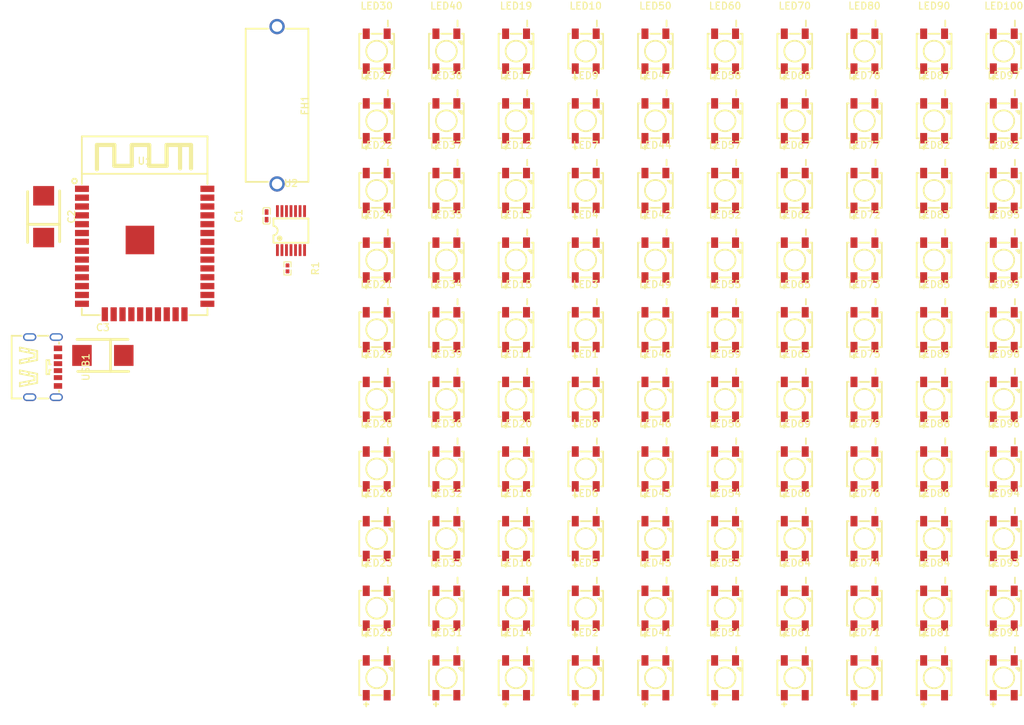
<source format=kicad_pcb>
(kicad_pcb (version 20241229) (generator "pcbnew") (generator_version "9.0")
  (layers (0 "F.Cu" signal) (2 "B.Cu" signal) (13 "F.Paste" user) (15 "B.Paste" user) (5 "F.SilkS" user "F.Silkscreen") (7 "B.SilkS" user "B.Silkscreen") (1 "F.Mask" user) (3 "B.Mask" user) (25 "Edge.Cuts" user))
  (net 0 "")
  (net 1 "IO23")
  (net 2 "IO21")
  (net 3 "SCS_CMD")
  (net 4 "IO32")
  (net 5 "IO27")
  (net 6 "IO12")
  (net 7 "IO22")
  (net 8 "IO19")
  (net 9 "RXD0")
  (net 10 "SDI_SD1")
  (net 11 "SHD_SD2")
  (net 12 "EN")
  (net 13 "TXD0")
  (net 14 "IO0")
  (net 15 "P4Y")
  (net 16 "IO26")
  (net 17 "IO25")
  (net 18 "IO5")
  (net 19 "IO2")
  (net 20 "SENSOR_VN")
  (net 21 "IO35")
  (net 22 "IO33")
  (net 23 "SENSOR_VP")
  (net 24 "IO14")
  (net 25 "IO17")
  (net 26 "P2Y")
  (net 27 "IO18")
  (net 28 "IO16")
  (net 29 "SDO_SD0")
  (net 30 "IO34")
  (net 31 "P3Y")
  (net 32 "esp32Controller.footprint.pins[25].net-net")
  (net 33 "SCK_CLK")
  (net 34 "IO13")
  (net 35 "IO15")
  (net 36 "SWP_SD3")
  (net 37 "levelShifter_P1Y_Resistor-net")
  (net 38 "P1A")
  (net 39 "P3V3")
  (net 40 "EH")
  (net 41 "B5")
  (net 42 "A5")
  (net 43 "VCC")
  (net 44 "led_columns[2]-DIN-3")
  (net 45 "led_columns[4]-DOU")
  (net 46 "led_columns[5]-DOU-2")
  (net 47 "led_columns[5]-DIN-2")
  (net 48 "led_columns[4]-DOU-5")
  (net 49 "led_columns[6]-DIN-1")
  (net 50 "led_columns[8]-DOU-1")
  (net 51 "data_in-1")
  (net 52 "gnd")
  (net 53 "led_columns[9]-DOU-2")
  (net 54 "led_columns[7]-DIN-6")
  (net 55 "data_out-2")
  (net 56 "led_columns[8]-DOU")
  (net 57 "led_columns[4]-DOU-3")
  (net 58 "data_out")
  (net 59 "led_columns[1]-DOU")
  (net 60 "led_columns[3]-DIN")
  (net 61 "led_columns[8]-DIN")
  (net 62 "led_columns[1]-DOU-1")
  (net 63 "led_columns[9]-DIN-3")
  (net 64 "led_columns[9]-data_out")
  (net 65 "led_columns[1]-DOU-3")
  (net 66 "led_columns[5]-DIN-3")
  (net 67 "led_columns[0]-DIN")
  (net 68 "led_columns[0]-DOU-4")
  (net 69 "data_out-4")
  (net 70 "led_columns[0]-DIN-3")
  (net 71 "led_columns[3]-DOU-2")
  (net 72 "led_columns[5]-DIN-4")
  (net 73 "led_columns[4]-DOU-1")
  (net 74 "led_columns[9]-DIN-2")
  (net 75 "led_columns[3]-DOU-1")
  (net 76 "led_columns[0]-DOU-1")
  (net 77 "led_columns[7]-DIN-2")
  (net 78 "led_columns[0]-DOU-3")
  (net 79 "led_columns[1]-DOU-2")
  (net 80 "data_in-2")
  (net 81 "led_columns[6]-DOU-2")
  (net 82 "led_columns[7]-DOU")
  (net 83 "led_columns[7]-DOU-1")
  (net 84 "led_columns[9]-DOU")
  (net 85 "led_columns[3]-DIN-1")
  (net 86 "led_columns[4]-DIN")
  (net 87 "led_columns[8]-DIN-1")
  (net 88 "led_columns[3]-DIN-2")
  (net 89 "data_in")
  (net 90 "led_columns[5]-DIN-1")
  (net 91 "data_in-4")
  (net 92 "led_columns[3]-DOU-3")
  (net 93 "led_columns[0]-DOU")
  (net 94 "led_columns[7]-DIN-4")
  (net 95 "led_columns[2]-DOU-3")
  (net 96 "led_columns[8]-DOU-2")
  (net 97 "led_columns[4]-DIN-1")
  (net 98 "led_columns[5]-DOU")
  (net 99 "led_columns[6]-DIN-4")
  (net 100 "led_columns[7]-DIN-5")
  (net 101 "led_columns[2]-DIN-1")
  (net 102 "led_columns[3]-DOU-4")
  (net 103 "led_columns[8]-DIN-2")
  (net 104 "led_columns[9]-DIN-1")
  (net 105 "led_columns[0]-DIN-2")
  (net 106 "led_columns[0]-DOU-2")
  (net 107 "led_columns[7]-DIN-3")
  (net 108 "led_columns[7]-DIN-1")
  (net 109 "data_out-3")
  (net 110 "led_columns[2]-DIN-4")
  (net 111 "led_columns[6]-DIN-3")
  (net 112 "led_columns[8]-DIN-3")
  (net 113 "led_columns[2]-DOU-2")
  (net 114 "led_columns[9]-DOU-1")
  (net 115 "led_columns[3]-DOU-5")
  (net 116 "led_columns[6]-DIN-2")
  (net 117 "led_columns[6]-DOU-1")
  (net 118 "led_columns[6]-DOU")
  (net 119 "led_columns[4]-DIN-2")
  (net 120 "led_columns[6]-DOU-3")
  (net 121 "led_columns[9]-DOU-4")
  (net 122 "data_out-1")
  (net 123 "led_columns[0]-DIN-1")
  (net 124 "led_columns[2]-DOU")
  (net 125 "led_columns[6]-DIN")
  (net 126 "led_columns[1]-DIN-2")
  (net 127 "data_in-3")
  (net 128 "led_columns[3]-DOU")
  (net 129 "led_columns[9]-DIN")
  (net 130 "led_columns[9]-DOU-3")
  (net 131 "led_columns[1]-DIN-3")
  (net 132 "led_columns[7]-DIN")
  (net 133 "led_columns[1]-DIN-1")
  (net 134 "led_columns[8]-DIN-5")
  (net 135 "led_columns[8]-DIN-4")
  (net 136 "led_columns[1]-DIN-4")
  (net 137 "led_columns[5]-DIN")
  (net 138 "led_columns[2]-DIN-2")
  (net 139 "led_columns[4]-DOU-4")
  (net 140 "led_columns[2]-DIN")
  (net 141 "led_columns[5]-DOU-3")
  (net 142 "led_columns[5]-DOU-1")
  (net 143 "led_columns[4]-DOU-2")
  (net 144 "led_columns[2]-DOU-1")
  (net 145 "led_columns[1]-DIN")
  (net 146 "VDD")
  (footprint "Samsung_Electro_Mechanics_CL05B104KO5NNNC:C0402" (layer "F.Cu") (at 103.5 88.95 90)
    (property "Reference" "C1" (at 0 -4 90) (layer "F.SilkS"))
    (property "Value" "100nF ±10% 16V X7R" (hide yes))
    (fp_text user "${REFERENCE}" (at 0 -4 90) (layer "F.SilkS"))
    (pad "1" smd rect (at -0.55 0 90) (size 0.79 0.54) (layers "F.Cu" "F.Mask" "F.Paste") (net 52 "gnd"))
    (pad "2" smd rect (at 0.55 0 90) (size 0.79 0.54) (layers "F.Cu" "F.Mask" "F.Paste") (net 43 "VCC"))
  )
  (footprint "XINGLIGHT_XL_5050RGBC_WS2812B:LED-SMD_4P-L5.0-W5.0-BL_XL-5050RGBC" (layer "F.Cu") (at 149.3 85.3)
    (property "Reference" "LED7" (at 0 -6.5 0) (layer "F.SilkS"))
    (property "Value" "")
    (fp_text user "${REFERENCE}" (at 0 -6.5 0) (layer "F.SilkS"))
    (pad "1" smd rect (at -1.5 2.5 90) (size 1.5 1) (layers "F.Cu" "F.Mask" "F.Paste") (net 146 "VDD"))
    (pad "2" smd rect (at 1.5 2.5 90) (size 1.5 1) (layers "F.Cu" "F.Mask" "F.Paste") (net 68 "led_columns[0]-DOU-4"))
    (pad "3" smd rect (at 1.5 -2.5 90) (size 1.5 1) (layers "F.Cu" "F.Mask" "F.Paste") (net 52 "gnd"))
    (pad "4" smd rect (at -1.5 -2.5 90) (size 1.5 1) (layers "F.Cu" "F.Mask" "F.Paste") (net 70 "led_columns[0]-DIN-3"))
  )
  (footprint "XINGLIGHT_XL_5050RGBC_WS2812B:LED-SMD_4P-L5.0-W5.0-BL_XL-5050RGBC" (layer "F.Cu") (at 169.3 145.3)
    (property "Reference" "LED53" (at 0 -6.5 0) (layer "F.SilkS"))
    (property "Value" "")
    (fp_text user "${REFERENCE}" (at 0 -6.5 0) (layer "F.SilkS"))
    (pad "1" smd rect (at -1.5 2.5 90) (size 1.5 1) (layers "F.Cu" "F.Mask" "F.Paste") (net 146 "VDD"))
    (pad "2" smd rect (at 1.5 2.5 90) (size 1.5 1) (layers "F.Cu" "F.Mask" "F.Paste") (net 66 "led_columns[5]-DIN-3"))
    (pad "3" smd rect (at 1.5 -2.5 90) (size 1.5 1) (layers "F.Cu" "F.Mask" "F.Paste") (net 52 "gnd"))
    (pad "4" smd rect (at -1.5 -2.5 90) (size 1.5 1) (layers "F.Cu" "F.Mask" "F.Paste") (net 47 "led_columns[5]-DIN-2"))
  )
  (footprint "XINGLIGHT_XL_5050RGBC_WS2812B:LED-SMD_4P-L5.0-W5.0-BL_XL-5050RGBC" (layer "F.Cu") (at 119.3 75.3)
    (property "Reference" "LED27" (at 0 -6.5 0) (layer "F.SilkS"))
    (property "Value" "")
    (fp_text user "${REFERENCE}" (at 0 -6.5 0) (layer "F.SilkS"))
    (pad "1" smd rect (at -1.5 2.5 90) (size 1.5 1) (layers "F.Cu" "F.Mask" "F.Paste") (net 146 "VDD"))
    (pad "2" smd rect (at 1.5 2.5 90) (size 1.5 1) (layers "F.Cu" "F.Mask" "F.Paste") (net 44 "led_columns[2]-DIN-3"))
    (pad "3" smd rect (at 1.5 -2.5 90) (size 1.5 1) (layers "F.Cu" "F.Mask" "F.Paste") (net 52 "gnd"))
    (pad "4" smd rect (at -1.5 -2.5 90) (size 1.5 1) (layers "F.Cu" "F.Mask" "F.Paste") (net 113 "led_columns[2]-DOU-2"))
  )
  (footprint "AVX_TAJD477K006RNJ:CASE-D_7343" (layer "F.Cu") (at 80 109)
    (property "Reference" "C3" (at 0 -4 0) (layer "F.SilkS"))
    (property "Value" "470µF ±10%")
    (fp_text user "${REFERENCE}" (at 0 -4 0) (layer "F.SilkS"))
    (pad "1" smd rect (at 3 0 180) (size 2.8 3.01) (layers "F.Cu" "F.Mask" "F.Paste") (net 52 "gnd"))
    (pad "2" smd rect (at -3 0 180) (size 2.8 3.01) (layers "F.Cu" "F.Mask" "F.Paste") (net 146 "VDD"))
  )
  (footprint "XINGLIGHT_XL_5050RGBC_WS2812B:LED-SMD_4P-L5.0-W5.0-BL_XL-5050RGBC" (layer "F.Cu") (at 119.3 115.3)
    (property "Reference" "LED29" (at 0 -6.5 0) (layer "F.SilkS"))
    (property "Value" "")
    (fp_text user "${REFERENCE}" (at 0 -6.5 0) (layer "F.SilkS"))
    (pad "1" smd rect (at -1.5 2.5 90) (size 1.5 1) (layers "F.Cu" "F.Mask" "F.Paste") (net 146 "VDD"))
    (pad "2" smd rect (at 1.5 2.5 90) (size 1.5 1) (layers "F.Cu" "F.Mask" "F.Paste") (net 138 "led_columns[2]-DIN-2"))
    (pad "3" smd rect (at 1.5 -2.5 90) (size 1.5 1) (layers "F.Cu" "F.Mask" "F.Paste") (net 52 "gnd"))
    (pad "4" smd rect (at -1.5 -2.5 90) (size 1.5 1) (layers "F.Cu" "F.Mask" "F.Paste") (net 144 "led_columns[2]-DOU-1"))
  )
  (footprint "XINGLIGHT_XL_5050RGBC_WS2812B:LED-SMD_4P-L5.0-W5.0-BL_XL-5050RGBC" (layer "F.Cu") (at 199.3 105.3)
    (property "Reference" "LED85" (at 0 -6.5 0) (layer "F.SilkS"))
    (property "Value" "")
    (fp_text user "${REFERENCE}" (at 0 -6.5 0) (layer "F.SilkS"))
    (pad "1" smd rect (at -1.5 2.5 90) (size 1.5 1) (layers "F.Cu" "F.Mask" "F.Paste") (net 146 "VDD"))
    (pad "2" smd rect (at 1.5 2.5 90) (size 1.5 1) (layers "F.Cu" "F.Mask" "F.Paste") (net 56 "led_columns[8]-DOU"))
    (pad "3" smd rect (at 1.5 -2.5 90) (size 1.5 1) (layers "F.Cu" "F.Mask" "F.Paste") (net 52 "gnd"))
    (pad "4" smd rect (at -1.5 -2.5 90) (size 1.5 1) (layers "F.Cu" "F.Mask" "F.Paste") (net 87 "led_columns[8]-DIN-1"))
  )
  (footprint "XINGLIGHT_XL_5050RGBC_WS2812B:LED-SMD_4P-L5.0-W5.0-BL_XL-5050RGBC" (layer "F.Cu") (at 129.3 145.3)
    (property "Reference" "LED33" (at 0 -6.5 0) (layer "F.SilkS"))
    (property "Value" "")
    (fp_text user "${REFERENCE}" (at 0 -6.5 0) (layer "F.SilkS"))
    (pad "1" smd rect (at -1.5 2.5 90) (size 1.5 1) (layers "F.Cu" "F.Mask" "F.Paste") (net 146 "VDD"))
    (pad "2" smd rect (at 1.5 2.5 90) (size 1.5 1) (layers "F.Cu" "F.Mask" "F.Paste") (net 102 "led_columns[3]-DOU-4"))
    (pad "3" smd rect (at 1.5 -2.5 90) (size 1.5 1) (layers "F.Cu" "F.Mask" "F.Paste") (net 52 "gnd"))
    (pad "4" smd rect (at -1.5 -2.5 90) (size 1.5 1) (layers "F.Cu" "F.Mask" "F.Paste") (net 85 "led_columns[3]-DIN-1"))
  )
  (footprint "XFCN_PTF_15:FUSE-TH_L22.0-W9.0-P22.60" (layer "F.Cu") (at 105 73.07 -90)
    (property "Reference" "FH1" (at 0 -4 90) (layer "F.SilkS"))
    (property "Value" "")
    (fp_text user "${REFERENCE}" (at 0 -4 90) (layer "F.SilkS"))
    (pad "1" thru_hole circle (at -11.3 0 270) (size 2.2 2.2) (drill 1.500022) (layers "*.Cu" "*.Mask") (net 146 "VDD"))
    (pad "2" thru_hole circle (at 11.3 0 270) (size 2.2 2.2) (drill 1.500022) (layers "*.Cu" "*.Mask") (net 43 "VCC"))
  )
  (footprint "Espressif_Systems_ESP32_WROOM_32_N4:WIFIM-SMD_ESP32-WROOM-32-N4" (layer "F.Cu") (at 86 94.08)
    (property "Reference" "U1" (at 0 -13.01 0) (layer "F.SilkS"))
    (property "Value" "")
    (fp_text user "${REFERENCE}" (at 0 -13.01 0) (layer "F.SilkS"))
    (pad "1" smd rect (at -9 -9.01) (size 2 0.9) (layers "F.Cu" "F.Mask" "F.Paste") (net 52 "gnd"))
    (pad "2" smd rect (at -9 -7.74) (size 2 0.9) (layers "F.Cu" "F.Mask" "F.Paste") (net 39 "P3V3"))
    (pad "3" smd rect (at -9 -6.47) (size 2 0.9) (layers "F.Cu" "F.Mask" "F.Paste") (net 12 "EN"))
    (pad "4" smd rect (at -9 -5.2) (size 2 0.9) (layers "F.Cu" "F.Mask" "F.Paste") (net 23 "SENSOR_VP"))
    (pad "5" smd rect (at -9 -3.93) (size 2 0.9) (layers "F.Cu" "F.Mask" "F.Paste") (net 20 "SENSOR_VN"))
    (pad "6" smd rect (at -9 -2.66) (size 2 0.9) (layers "F.Cu" "F.Mask" "F.Paste") (net 30 "IO34"))
    (pad "7" smd rect (at -9 -1.39) (size 2 0.9) (layers "F.Cu" "F.Mask" "F.Paste") (net 21 "IO35"))
    (pad "8" smd rect (at -9 -0.12) (size 2 0.9) (layers "F.Cu" "F.Mask" "F.Paste") (net 4 "IO32"))
    (pad "9" smd rect (at -9 1.15) (size 2 0.9) (layers "F.Cu" "F.Mask" "F.Paste") (net 22 "IO33"))
    (pad "10" smd rect (at -9 2.42) (size 2 0.9) (layers "F.Cu" "F.Mask" "F.Paste") (net 17 "IO25"))
    (pad "11" smd rect (at -9 3.69) (size 2 0.9) (layers "F.Cu" "F.Mask" "F.Paste") (net 16 "IO26"))
    (pad "12" smd rect (at -9 4.96) (size 2 0.9) (layers "F.Cu" "F.Mask" "F.Paste") (net 5 "IO27"))
    (pad "13" smd rect (at -9 6.23) (size 2 0.9) (layers "F.Cu" "F.Mask" "F.Paste") (net 24 "IO14"))
    (pad "14" smd rect (at -9 7.5) (size 2 0.9) (layers "F.Cu" "F.Mask" "F.Paste") (net 6 "IO12"))
    (pad "15" smd rect (at -5.72 9.01 270) (size 2 0.9) (layers "F.Cu" "F.Mask" "F.Paste") (net 52 "gnd"))
    (pad "16" smd rect (at -4.45 9.01 270) (size 2 0.9) (layers "F.Cu" "F.Mask" "F.Paste") (net 34 "IO13"))
    (pad "17" smd rect (at -3.18 9.01 270) (size 2 0.9) (layers "F.Cu" "F.Mask" "F.Paste") (net 11 "SHD_SD2"))
    (pad "18" smd rect (at -1.91 9.01 270) (size 2 0.9) (layers "F.Cu" "F.Mask" "F.Paste") (net 36 "SWP_SD3"))
    (pad "19" smd rect (at -0.64 9.01 270) (size 2 0.9) (layers "F.Cu" "F.Mask" "F.Paste") (net 3 "SCS_CMD"))
    (pad "20" smd rect (at 0.63 9.01 270) (size 2 0.9) (layers "F.Cu" "F.Mask" "F.Paste") (net 33 "SCK_CLK"))
    (pad "21" smd rect (at 1.9 9.01 270) (size 2 0.9) (layers "F.Cu" "F.Mask" "F.Paste") (net 29 "SDO_SD0"))
    (pad "22" smd rect (at 3.17 9.01 270) (size 2 0.9) (layers "F.Cu" "F.Mask" "F.Paste") (net 10 "SDI_SD1"))
    (pad "23" smd rect (at 4.44 9.01 270) (size 2 0.9) (layers "F.Cu" "F.Mask" "F.Paste") (net 35 "IO15"))
    (pad "24" smd rect (at 5.71 9.01 270) (size 2 0.9) (layers "F.Cu" "F.Mask" "F.Paste") (net 19 "IO2"))
    (pad "25" smd rect (at 9 7.5) (size 2 0.9) (layers "F.Cu" "F.Mask" "F.Paste") (net 14 "IO0"))
    (pad "26" smd rect (at 9 6.23) (size 2 0.9) (layers "F.Cu" "F.Mask" "F.Paste") (net 38 "P1A"))
    (pad "27" smd rect (at 9 4.96) (size 2 0.9) (layers "F.Cu" "F.Mask" "F.Paste") (net 28 "IO16"))
    (pad "28" smd rect (at 9 3.69) (size 2 0.9) (layers "F.Cu" "F.Mask" "F.Paste") (net 25 "IO17"))
    (pad "29" smd rect (at 9 2.42) (size 2 0.9) (layers "F.Cu" "F.Mask" "F.Paste") (net 18 "IO5"))
    (pad "30" smd rect (at 9 1.15) (size 2 0.9) (layers "F.Cu" "F.Mask" "F.Paste") (net 27 "IO18"))
    (pad "31" smd rect (at 9 -0.12) (size 2 0.9) (layers "F.Cu" "F.Mask" "F.Paste") (net 8 "IO19"))
    (pad "32" smd rect (at 9 -1.39) (size 2 0.9) (layers "F.Cu" "F.Mask" "F.Paste") (net 32 "esp32Controller.footprint.pins[25].net-net"))
    (pad "33" smd rect (at 9 -2.66) (size 2 0.9) (layers "F.Cu" "F.Mask" "F.Paste") (net 2 "IO21"))
    (pad "34" smd rect (at 9 -3.93) (size 2 0.9) (layers "F.Cu" "F.Mask" "F.Paste") (net 9 "RXD0"))
    (pad "35" smd rect (at 9 -5.2) (size 2 0.9) (layers "F.Cu" "F.Mask" "F.Paste") (net 13 "TXD0"))
    (pad "36" smd rect (at 9 -6.47) (size 2 0.9) (layers "F.Cu" "F.Mask" "F.Paste") (net 7 "IO22"))
    (pad "37" smd rect (at 9 -7.74) (size 2 0.9) (layers "F.Cu" "F.Mask" "F.Paste") (net 1 "IO23"))
    (pad "38" smd rect (at 9 -9.01) (size 2 0.9) (layers "F.Cu" "F.Mask" "F.Paste") (net 52 "gnd"))
    (pad "39" smd rect (at -0.68 -1.66) (size 4.1 4.1) (layers "F.Cu" "F.Mask" "F.Paste") (net 52 "gnd"))
  )
  (footprint "XINGLIGHT_XL_5050RGBC_WS2812B:LED-SMD_4P-L5.0-W5.0-BL_XL-5050RGBC" (layer "F.Cu") (at 209.3 85.3)
    (property "Reference" "LED92" (at 0 -6.5 0) (layer "F.SilkS"))
    (property "Value" "")
    (fp_text user "${REFERENCE}" (at 0 -6.5 0) (layer "F.SilkS"))
    (pad "1" smd rect (at -1.5 2.5 90) (size 1.5 1) (layers "F.Cu" "F.Mask" "F.Paste") (net 146 "VDD"))
    (pad "2" smd rect (at 1.5 2.5 90) (size 1.5 1) (layers "F.Cu" "F.Mask" "F.Paste") (net 129 "led_columns[9]-DIN"))
    (pad "3" smd rect (at 1.5 -2.5 90) (size 1.5 1) (layers "F.Cu" "F.Mask" "F.Paste") (net 52 "gnd"))
    (pad "4" smd rect (at -1.5 -2.5 90) (size 1.5 1) (layers "F.Cu" "F.Mask" "F.Paste") (net 84 "led_columns[9]-DOU"))
  )
  (footprint "XINGLIGHT_XL_5050RGBC_WS2812B:LED-SMD_4P-L5.0-W5.0-BL_XL-5050RGBC" (layer "F.Cu") (at 159.3 95.3)
    (property "Reference" "LED42" (at 0 -6.5 0) (layer "F.SilkS"))
    (property "Value" "")
    (fp_text user "${REFERENCE}" (at 0 -6.5 0) (layer "F.SilkS"))
    (pad "1" smd rect (at -1.5 2.5 90) (size 1.5 1) (layers "F.Cu" "F.Mask" "F.Paste") (net 146 "VDD"))
    (pad "2" smd rect (at 1.5 2.5 90) (size 1.5 1) (layers "F.Cu" "F.Mask" "F.Paste") (net 48 "led_columns[4]-DOU-5"))
    (pad "3" smd rect (at 1.5 -2.5 90) (size 1.5 1) (layers "F.Cu" "F.Mask" "F.Paste") (net 52 "gnd"))
    (pad "4" smd rect (at -1.5 -2.5 90) (size 1.5 1) (layers "F.Cu" "F.Mask" "F.Paste") (net 57 "led_columns[4]-DOU-3"))
  )
  (footprint "XINGLIGHT_XL_5050RGBC_WS2812B:LED-SMD_4P-L5.0-W5.0-BL_XL-5050RGBC" (layer "F.Cu") (at 129.3 155.3)
    (property "Reference" "LED31" (at 0 -6.5 0) (layer "F.SilkS"))
    (property "Value" "")
    (fp_text user "${REFERENCE}" (at 0 -6.5 0) (layer "F.SilkS"))
    (pad "1" smd rect (at -1.5 2.5 90) (size 1.5 1) (layers "F.Cu" "F.Mask" "F.Paste") (net 146 "VDD"))
    (pad "2" smd rect (at 1.5 2.5 90) (size 1.5 1) (layers "F.Cu" "F.Mask" "F.Paste") (net 128 "led_columns[3]-DOU"))
    (pad "3" smd rect (at 1.5 -2.5 90) (size 1.5 1) (layers "F.Cu" "F.Mask" "F.Paste") (net 52 "gnd"))
    (pad "4" smd rect (at -1.5 -2.5 90) (size 1.5 1) (layers "F.Cu" "F.Mask" "F.Paste") (net 127 "data_in-3"))
  )
  (footprint "XINGLIGHT_XL_5050RGBC_WS2812B:LED-SMD_4P-L5.0-W5.0-BL_XL-5050RGBC" (layer "F.Cu") (at 179.3 135.3)
    (property "Reference" "LED66" (at 0 -6.5 0) (layer "F.SilkS"))
    (property "Value" "")
    (fp_text user "${REFERENCE}" (at 0 -6.5 0) (layer "F.SilkS"))
    (pad "1" smd rect (at -1.5 2.5 90) (size 1.5 1) (layers "F.Cu" "F.Mask" "F.Paste") (net 146 "VDD"))
    (pad "2" smd rect (at 1.5 2.5 90) (size 1.5 1) (layers "F.Cu" "F.Mask" "F.Paste") (net 117 "led_columns[6]-DOU-1"))
    (pad "3" smd rect (at 1.5 -2.5 90) (size 1.5 1) (layers "F.Cu" "F.Mask" "F.Paste") (net 52 "gnd"))
    (pad "4" smd rect (at -1.5 -2.5 90) (size 1.5 1) (layers "F.Cu" "F.Mask" "F.Paste") (net 99 "led_columns[6]-DIN-4"))
  )
  (footprint "XINGLIGHT_XL_5050RGBC_WS2812B:LED-SMD_4P-L5.0-W5.0-BL_XL-5050RGBC" (layer "F.Cu") (at 139.3 75.3)
    (property "Reference" "LED17" (at 0 -6.5 0) (layer "F.SilkS"))
    (property "Value" "")
    (fp_text user "${REFERENCE}" (at 0 -6.5 0) (layer "F.SilkS"))
    (pad "1" smd rect (at -1.5 2.5 90) (size 1.5 1) (layers "F.Cu" "F.Mask" "F.Paste") (net 146 "VDD"))
    (pad "2" smd rect (at 1.5 2.5 90) (size 1.5 1) (layers "F.Cu" "F.Mask" "F.Paste") (net 65 "led_columns[1]-DOU-3"))
    (pad "3" smd rect (at 1.5 -2.5 90) (size 1.5 1) (layers "F.Cu" "F.Mask" "F.Paste") (net 52 "gnd"))
    (pad "4" smd rect (at -1.5 -2.5 90) (size 1.5 1) (layers "F.Cu" "F.Mask" "F.Paste") (net 136 "led_columns[1]-DIN-4"))
  )
  (footprint "XINGLIGHT_XL_5050RGBC_WS2812B:LED-SMD_4P-L5.0-W5.0-BL_XL-5050RGBC" (layer "F.Cu") (at 169.3 85.3)
    (property "Reference" "LED57" (at 0 -6.5 0) (layer "F.SilkS"))
    (property "Value" "")
    (fp_text user "${REFERENCE}" (at 0 -6.5 0) (layer "F.SilkS"))
    (pad "1" smd rect (at -1.5 2.5 90) (size 1.5 1) (layers "F.Cu" "F.Mask" "F.Paste") (net 146 "VDD"))
    (pad "2" smd rect (at 1.5 2.5 90) (size 1.5 1) (layers "F.Cu" "F.Mask" "F.Paste") (net 98 "led_columns[5]-DOU"))
    (pad "3" smd rect (at 1.5 -2.5 90) (size 1.5 1) (layers "F.Cu" "F.Mask" "F.Paste") (net 52 "gnd"))
    (pad "4" smd rect (at -1.5 -2.5 90) (size 1.5 1) (layers "F.Cu" "F.Mask" "F.Paste") (net 46 "led_columns[5]-DOU-2"))
  )
  (footprint "XINGLIGHT_XL_5050RGBC_WS2812B:LED-SMD_4P-L5.0-W5.0-BL_XL-5050RGBC" (layer "F.Cu") (at 209.3 75.3)
    (property "Reference" "LED97" (at 0 -6.5 0) (layer "F.SilkS"))
    (property "Value" "")
    (fp_text user "${REFERENCE}" (at 0 -6.5 0) (layer "F.SilkS"))
    (pad "1" smd rect (at -1.5 2.5 90) (size 1.5 1) (layers "F.Cu" "F.Mask" "F.Paste") (net 146 "VDD"))
    (pad "2" smd rect (at 1.5 2.5 90) (size 1.5 1) (layers "F.Cu" "F.Mask" "F.Paste") (net 63 "led_columns[9]-DIN-3"))
    (pad "3" smd rect (at 1.5 -2.5 90) (size 1.5 1) (layers "F.Cu" "F.Mask" "F.Paste") (net 52 "gnd"))
    (pad "4" smd rect (at -1.5 -2.5 90) (size 1.5 1) (layers "F.Cu" "F.Mask" "F.Paste") (net 114 "led_columns[9]-DOU-1"))
  )
  (footprint "XINGLIGHT_XL_5050RGBC_WS2812B:LED-SMD_4P-L5.0-W5.0-BL_XL-5050RGBC" (layer "F.Cu") (at 159.3 145.3)
    (property "Reference" "LED45" (at 0 -6.5 0) (layer "F.SilkS"))
    (property "Value" "")
    (fp_text user "${REFERENCE}" (at 0 -6.5 0) (layer "F.SilkS"))
    (pad "1" smd rect (at -1.5 2.5 90) (size 1.5 1) (layers "F.Cu" "F.Mask" "F.Paste") (net 146 "VDD"))
    (pad "2" smd rect (at 1.5 2.5 90) (size 1.5 1) (layers "F.Cu" "F.Mask" "F.Paste") (net 73 "led_columns[4]-DOU-1"))
    (pad "3" smd rect (at 1.5 -2.5 90) (size 1.5 1) (layers "F.Cu" "F.Mask" "F.Paste") (net 52 "gnd"))
    (pad "4" smd rect (at -1.5 -2.5 90) (size 1.5 1) (layers "F.Cu" "F.Mask" "F.Paste") (net 45 "led_columns[4]-DOU"))
  )
  (footprint "XINGLIGHT_XL_5050RGBC_WS2812B:LED-SMD_4P-L5.0-W5.0-BL_XL-5050RGBC" (layer "F.Cu") (at 149.3 155.3)
    (property "Reference" "LED2" (at 0 -6.5 0) (layer "F.SilkS"))
    (property "Value" "")
    (fp_text user "${REFERENCE}" (at 0 -6.5 0) (layer "F.SilkS"))
    (pad "1" smd rect (at -1.5 2.5 90) (size 1.5 1) (layers "F.Cu" "F.Mask" "F.Paste") (net 146 "VDD"))
    (pad "2" smd rect (at 1.5 2.5 90) (size 1.5 1) (layers "F.Cu" "F.Mask" "F.Paste") (net 76 "led_columns[0]-DOU-1"))
    (pad "3" smd rect (at 1.5 -2.5 90) (size 1.5 1) (layers "F.Cu" "F.Mask" "F.Paste") (net 52 "gnd"))
    (pad "4" smd rect (at -1.5 -2.5 90) (size 1.5 1) (layers "F.Cu" "F.Mask" "F.Paste") (net 67 "led_columns[0]-DIN"))
  )
  (footprint "XINGLIGHT_XL_5050RGBC_WS2812B:LED-SMD_4P-L5.0-W5.0-BL_XL-5050RGBC" (layer "F.Cu") (at 189.3 85.3)
    (property "Reference" "LED77" (at 0 -6.5 0) (layer "F.SilkS"))
    (property "Value" "")
    (fp_text user "${REFERENCE}" (at 0 -6.5 0) (layer "F.SilkS"))
    (pad "1" smd rect (at -1.5 2.5 90) (size 1.5 1) (layers "F.Cu" "F.Mask" "F.Paste") (net 146 "VDD"))
    (pad "2" smd rect (at 1.5 2.5 90) (size 1.5 1) (layers "F.Cu" "F.Mask" "F.Paste") (net 108 "led_columns[7]-DIN-1"))
    (pad "3" smd rect (at 1.5 -2.5 90) (size 1.5 1) (layers "F.Cu" "F.Mask" "F.Paste") (net 52 "gnd"))
    (pad "4" smd rect (at -1.5 -2.5 90) (size 1.5 1) (layers "F.Cu" "F.Mask" "F.Paste") (net 132 "led_columns[7]-DIN"))
  )
  (footprint "XINGLIGHT_XL_5050RGBC_WS2812B:LED-SMD_4P-L5.0-W5.0-BL_XL-5050RGBC" (layer "F.Cu") (at 159.3 125.3)
    (property "Reference" "LED46" (at 0 -6.5 0) (layer "F.SilkS"))
    (property "Value" "")
    (fp_text user "${REFERENCE}" (at 0 -6.5 0) (layer "F.SilkS"))
    (pad "1" smd rect (at -1.5 2.5 90) (size 1.5 1) (layers "F.Cu" "F.Mask" "F.Paste") (net 146 "VDD"))
    (pad "2" smd rect (at 1.5 2.5 90) (size 1.5 1) (layers "F.Cu" "F.Mask" "F.Paste") (net 143 "led_columns[4]-DOU-2"))
    (pad "3" smd rect (at 1.5 -2.5 90) (size 1.5 1) (layers "F.Cu" "F.Mask" "F.Paste") (net 52 "gnd"))
    (pad "4" smd rect (at -1.5 -2.5 90) (size 1.5 1) (layers "F.Cu" "F.Mask" "F.Paste") (net 73 "led_columns[4]-DOU-1"))
  )
  (footprint "XINGLIGHT_XL_5050RGBC_WS2812B:LED-SMD_4P-L5.0-W5.0-BL_XL-5050RGBC" (layer "F.Cu") (at 189.3 115.3)
    (property "Reference" "LED75" (at 0 -6.5 0) (layer "F.SilkS"))
    (property "Value" "")
    (fp_text user "${REFERENCE}" (at 0 -6.5 0) (layer "F.SilkS"))
    (pad "1" smd rect (at -1.5 2.5 90) (size 1.5 1) (layers "F.Cu" "F.Mask" "F.Paste") (net 146 "VDD"))
    (pad "2" smd rect (at 1.5 2.5 90) (size 1.5 1) (layers "F.Cu" "F.Mask" "F.Paste") (net 82 "led_columns[7]-DOU"))
    (pad "3" smd rect (at 1.5 -2.5 90) (size 1.5 1) (layers "F.Cu" "F.Mask" "F.Paste") (net 52 "gnd"))
    (pad "4" smd rect (at -1.5 -2.5 90) (size 1.5 1) (layers "F.Cu" "F.Mask" "F.Paste") (net 100 "led_columns[7]-DIN-5"))
  )
  (footprint "XINGLIGHT_XL_5050RGBC_WS2812B:LED-SMD_4P-L5.0-W5.0-BL_XL-5050RGBC" (layer "F.Cu") (at 179.3 105.3)
    (property "Reference" "LED65" (at 0 -6.5 0) (layer "F.SilkS"))
    (property "Value" "")
    (fp_text user "${REFERENCE}" (at 0 -6.5 0) (layer "F.SilkS"))
    (pad "1" smd rect (at -1.5 2.5 90) (size 1.5 1) (layers "F.Cu" "F.Mask" "F.Paste") (net 146 "VDD"))
    (pad "2" smd rect (at 1.5 2.5 90) (size 1.5 1) (layers "F.Cu" "F.Mask" "F.Paste") (net 99 "led_columns[6]-DIN-4"))
    (pad "3" smd rect (at 1.5 -2.5 90) (size 1.5 1) (layers "F.Cu" "F.Mask" "F.Paste") (net 52 "gnd"))
    (pad "4" smd rect (at -1.5 -2.5 90) (size 1.5 1) (layers "F.Cu" "F.Mask" "F.Paste") (net 118 "led_columns[6]-DOU"))
  )
  (footprint "XINGLIGHT_XL_5050RGBC_WS2812B:LED-SMD_4P-L5.0-W5.0-BL_XL-5050RGBC" (layer "F.Cu") (at 169.3 125.3)
    (property "Reference" "LED56" (at 0 -6.5 0) (layer "F.SilkS"))
    (property "Value" "")
    (fp_text user "${REFERENCE}" (at 0 -6.5 0) (layer "F.SilkS"))
    (pad "1" smd rect (at -1.5 2.5 90) (size 1.5 1) (layers "F.Cu" "F.Mask" "F.Paste") (net 146 "VDD"))
    (pad "2" smd rect (at 1.5 2.5 90) (size 1.5 1) (layers "F.Cu" "F.Mask" "F.Paste") (net 46 "led_columns[5]-DOU-2"))
    (pad "3" smd rect (at 1.5 -2.5 90) (size 1.5 1) (layers "F.Cu" "F.Mask" "F.Paste") (net 52 "gnd"))
    (pad "4" smd rect (at -1.5 -2.5 90) (size 1.5 1) (layers "F.Cu" "F.Mask" "F.Paste") (net 90 "led_columns[5]-DIN-1"))
  )
  (footprint "XINGLIGHT_XL_5050RGBC_WS2812B:LED-SMD_4P-L5.0-W5.0-BL_XL-5050RGBC" (layer "F.Cu") (at 129.3 125.3)
    (property "Reference" "LED36" (at 0 -6.5 0) (layer "F.SilkS"))
    (property "Value" "")
    (fp_text user "${REFERENCE}" (at 0 -6.5 0) (layer "F.SilkS"))
    (pad "1" smd rect (at -1.5 2.5 90) (size 1.5 1) (layers "F.Cu" "F.Mask" "F.Paste") (net 146 "VDD"))
    (pad "2" smd rect (at 1.5 2.5 90) (size 1.5 1) (layers "F.Cu" "F.Mask" "F.Paste") (net 75 "led_columns[3]-DOU-1"))
    (pad "3" smd rect (at 1.5 -2.5 90) (size 1.5 1) (layers "F.Cu" "F.Mask" "F.Paste") (net 52 "gnd"))
    (pad "4" smd rect (at -1.5 -2.5 90) (size 1.5 1) (layers "F.Cu" "F.Mask" "F.Paste") (net 71 "led_columns[3]-DOU-2"))
  )
  (footprint "XINGLIGHT_XL_5050RGBC_WS2812B:LED-SMD_4P-L5.0-W5.0-BL_XL-5050RGBC" (layer "F.Cu") (at 159.3 75.3)
    (property "Reference" "LED47" (at 0 -6.5 0) (layer "F.SilkS"))
    (property "Value" "")
    (fp_text user "${REFERENCE}" (at 0 -6.5 0) (layer "F.SilkS"))
    (pad "1" smd rect (at -1.5 2.5 90) (size 1.5 1) (layers "F.Cu" "F.Mask" "F.Paste") (net 146 "VDD"))
    (pad "2" smd rect (at 1.5 2.5 90) (size 1.5 1) (layers "F.Cu" "F.Mask" "F.Paste") (net 97 "led_columns[4]-DIN-1"))
    (pad "3" smd rect (at 1.5 -2.5 90) (size 1.5 1) (layers "F.Cu" "F.Mask" "F.Paste") (net 52 "gnd"))
    (pad "4" smd rect (at -1.5 -2.5 90) (size 1.5 1) (layers "F.Cu" "F.Mask" "F.Paste") (net 143 "led_columns[4]-DOU-2"))
  )
  (footprint "XINGLIGHT_XL_5050RGBC_WS2812B:LED-SMD_4P-L5.0-W5.0-BL_XL-5050RGBC" (layer "F.Cu") (at 129.3 75.3)
    (property "Reference" "LED38" (at 0 -6.5 0) (layer "F.SilkS"))
    (property "Value" "")
    (fp_text user "${REFERENCE}" (at 0 -6.5 0) (layer "F.SilkS"))
    (pad "1" smd rect (at -1.5 2.5 90) (size 1.5 1) (layers "F.Cu" "F.Mask" "F.Paste") (net 146 "VDD"))
    (pad "2" smd rect (at 1.5 2.5 90) (size 1.5 1) (layers "F.Cu" "F.Mask" "F.Paste") (net 115 "led_columns[3]-DOU-5"))
    (pad "3" smd rect (at 1.5 -2.5 90) (size 1.5 1) (layers "F.Cu" "F.Mask" "F.Paste") (net 52 "gnd"))
    (pad "4" smd rect (at -1.5 -2.5 90) (size 1.5 1) (layers "F.Cu" "F.Mask" "F.Paste") (net 60 "led_columns[3]-DIN"))
  )
  (footprint "XINGLIGHT_XL_5050RGBC_WS2812B:LED-SMD_4P-L5.0-W5.0-BL_XL-5050RGBC" (layer "F.Cu") (at 149.3 125.3)
    (property "Reference" "LED8" (at 0 -6.5 0) (layer "F.SilkS"))
    (property "Value" "")
    (fp_text user "${REFERENCE}" (at 0 -6.5 0) (layer "F.SilkS"))
    (pad "1" smd rect (at -1.5 2.5 90) (size 1.5 1) (layers "F.Cu" "F.Mask" "F.Paste") (net 146 "VDD"))
    (pad "2" smd rect (at 1.5 2.5 90) (size 1.5 1) (layers "F.Cu" "F.Mask" "F.Paste") (net 105 "led_columns[0]-DIN-2"))
    (pad "3" smd rect (at 1.5 -2.5 90) (size 1.5 1) (layers "F.Cu" "F.Mask" "F.Paste") (net 52 "gnd"))
    (pad "4" smd rect (at -1.5 -2.5 90) (size 1.5 1) (layers "F.Cu" "F.Mask" "F.Paste") (net 68 "led_columns[0]-DOU-4"))
  )
  (footprint "XINGLIGHT_XL_5050RGBC_WS2812B:LED-SMD_4P-L5.0-W5.0-BL_XL-5050RGBC" (layer "F.Cu") (at 189.3 95.3)
    (property "Reference" "LED72" (at 0 -6.5 0) (layer "F.SilkS"))
    (property "Value" "")
    (fp_text user "${REFERENCE}" (at 0 -6.5 0) (layer "F.SilkS"))
    (pad "1" smd rect (at -1.5 2.5 90) (size 1.5 1) (layers "F.Cu" "F.Mask" "F.Paste") (net 146 "VDD"))
    (pad "2" smd rect (at 1.5 2.5 90) (size 1.5 1) (layers "F.Cu" "F.Mask" "F.Paste") (net 54 "led_columns[7]-DIN-6"))
    (pad "3" smd rect (at 1.5 -2.5 90) (size 1.5 1) (layers "F.Cu" "F.Mask" "F.Paste") (net 52 "gnd"))
    (pad "4" smd rect (at -1.5 -2.5 90) (size 1.5 1) (layers "F.Cu" "F.Mask" "F.Paste") (net 107 "led_columns[7]-DIN-3"))
  )
  (footprint "XINGLIGHT_XL_5050RGBC_WS2812B:LED-SMD_4P-L5.0-W5.0-BL_XL-5050RGBC" (layer "F.Cu") (at 179.3 155.3)
    (property "Reference" "LED61" (at 0 -6.5 0) (layer "F.SilkS"))
    (property "Value" "")
    (fp_text user "${REFERENCE}" (at 0 -6.5 0) (layer "F.SilkS"))
    (pad "1" smd rect (at -1.5 2.5 90) (size 1.5 1) (layers "F.Cu" "F.Mask" "F.Paste") (net 146 "VDD"))
    (pad "2" smd rect (at 1.5 2.5 90) (size 1.5 1) (layers "F.Cu" "F.Mask" "F.Paste") (net 125 "led_columns[6]-DIN"))
    (pad "3" smd rect (at 1.5 -2.5 90) (size 1.5 1) (layers "F.Cu" "F.Mask" "F.Paste") (net 52 "gnd"))
    (pad "4" smd rect (at -1.5 -2.5 90) (size 1.5 1) (layers "F.Cu" "F.Mask" "F.Paste") (net 55 "data_out-2"))
  )
  (footprint "XINGLIGHT_XL_5050RGBC_WS2812B:LED-SMD_4P-L5.0-W5.0-BL_XL-5050RGBC" (layer "F.Cu") (at 199.3 125.3)
    (property "Reference" "LED88" (at 0 -6.5 0) (layer "F.SilkS"))
    (property "Value" "")
    (fp_text user "${REFERENCE}" (at 0 -6.5 0) (layer "F.SilkS"))
    (pad "1" smd rect (at -1.5 2.5 90) (size 1.5 1) (layers "F.Cu" "F.Mask" "F.Paste") (net 146 "VDD"))
    (pad "2" smd rect (at 1.5 2.5 90) (size 1.5 1) (layers "F.Cu" "F.Mask" "F.Paste") (net 134 "led_columns[8]-DIN-5"))
    (pad "3" smd rect (at 1.5 -2.5 90) (size 1.5 1) (layers "F.Cu" "F.Mask" "F.Paste") (net 52 "gnd"))
    (pad "4" smd rect (at -1.5 -2.5 90) (size 1.5 1) (layers "F.Cu" "F.Mask" "F.Paste") (net 50 "led_columns[8]-DOU-1"))
  )
  (footprint "XINGLIGHT_XL_5050RGBC_WS2812B:LED-SMD_4P-L5.0-W5.0-BL_XL-5050RGBC" (layer "F.Cu") (at 159.3 155.3)
    (property "Reference" "LED41" (at 0 -6.5 0) (layer "F.SilkS"))
    (property "Value" "")
    (fp_text user "${REFERENCE}" (at 0 -6.5 0) (layer "F.SilkS"))
    (pad "1" smd rect (at -1.5 2.5 90) (size 1.5 1) (layers "F.Cu" "F.Mask" "F.Paste") (net 146 "VDD"))
    (pad "2" smd rect (at 1.5 2.5 90) (size 1.5 1) (layers "F.Cu" "F.Mask" "F.Paste") (net 57 "led_columns[4]-DOU-3"))
    (pad "3" smd rect (at 1.5 -2.5 90) (size 1.5 1) (layers "F.Cu" "F.Mask" "F.Paste") (net 52 "gnd"))
    (pad "4" smd rect (at -1.5 -2.5 90) (size 1.5 1) (layers "F.Cu" "F.Mask" "F.Paste") (net 58 "data_out"))
  )
  (footprint "XINGLIGHT_XL_5050RGBC_WS2812B:LED-SMD_4P-L5.0-W5.0-BL_XL-5050RGBC" (layer "F.Cu") (at 199.3 145.3)
    (property "Reference" "LED84" (at 0 -6.5 0) (layer "F.SilkS"))
    (property "Value" "")
    (fp_text user "${REFERENCE}" (at 0 -6.5 0) (layer "F.SilkS"))
    (pad "1" smd rect (at -1.5 2.5 90) (size 1.5 1) (layers "F.Cu" "F.Mask" "F.Paste") (net 146 "VDD"))
    (pad "2" smd rect (at 1.5 2.5 90) (size 1.5 1) (layers "F.Cu" "F.Mask" "F.Paste") (net 87 "led_columns[8]-DIN-1"))
    (pad "3" smd rect (at 1.5 -2.5 90) (size 1.5 1) (layers "F.Cu" "F.Mask" "F.Paste") (net 52 "gnd"))
    (pad "4" smd rect (at -1.5 -2.5 90) (size 1.5 1) (layers "F.Cu" "F.Mask" "F.Paste") (net 96 "led_columns[8]-DOU-2"))
  )
  (footprint "XINGLIGHT_XL_5050RGBC_WS2812B:LED-SMD_4P-L5.0-W5.0-BL_XL-5050RGBC" (layer "F.Cu") (at 149.3 95.3)
    (property "Reference" "LED4" (at 0 -6.5 0) (layer "F.SilkS"))
    (property "Value" "")
    (fp_text user "${REFERENCE}" (at 0 -6.5 0) (layer "F.SilkS"))
    (pad "1" smd rect (at -1.5 2.5 90) (size 1.5 1) (layers "F.Cu" "F.Mask" "F.Paste") (net 146 "VDD"))
    (pad "2" smd rect (at 1.5 2.5 90) (size 1.5 1) (layers "F.Cu" "F.Mask" "F.Paste") (net 78 "led_columns[0]-DOU-3"))
    (pad "3" smd rect (at 1.5 -2.5 90) (size 1.5 1) (layers "F.Cu" "F.Mask" "F.Paste") (net 52 "gnd"))
    (pad "4" smd rect (at -1.5 -2.5 90) (size 1.5 1) (layers "F.Cu" "F.Mask" "F.Paste") (net 123 "led_columns[0]-DIN-1"))
  )
  (footprint "XINGLIGHT_XL_5050RGBC_WS2812B:LED-SMD_4P-L5.0-W5.0-BL_XL-5050RGBC" (layer "F.Cu") (at 159.3 115.3)
    (property "Reference" "LED48" (at 0 -6.5 0) (layer "F.SilkS"))
    (property "Value" "")
    (fp_text user "${REFERENCE}" (at 0 -6.5 0) (layer "F.SilkS"))
    (pad "1" smd rect (at -1.5 2.5 90) (size 1.5 1) (layers "F.Cu" "F.Mask" "F.Paste") (net 146 "VDD"))
    (pad "2" smd rect (at 1.5 2.5 90) (size 1.5 1) (layers "F.Cu" "F.Mask" "F.Paste") (net 86 "led_columns[4]-DIN"))
    (pad "3" smd rect (at 1.5 -2.5 90) (size 1.5 1) (layers "F.Cu" "F.Mask" "F.Paste") (net 52 "gnd"))
    (pad "4" smd rect (at -1.5 -2.5 90) (size 1.5 1) (layers "F.Cu" "F.Mask" "F.Paste") (net 97 "led_columns[4]-DIN-1"))
  )
  (footprint "XINGLIGHT_XL_5050RGBC_WS2812B:LED-SMD_4P-L5.0-W5.0-BL_XL-5050RGBC" (layer "F.Cu") (at 199.3 115.3)
    (property "Reference" "LED89" (at 0 -6.5 0) (layer "F.SilkS"))
    (property "Value" "")
    (fp_text user "${REFERENCE}" (at 0 -6.5 0) (layer "F.SilkS"))
    (pad "1" smd rect (at -1.5 2.5 90) (size 1.5 1) (layers "F.Cu" "F.Mask" "F.Paste") (net 146 "VDD"))
    (pad "2" smd rect (at 1.5 2.5 90) (size 1.5 1) (layers "F.Cu" "F.Mask" "F.Paste") (net 61 "led_columns[8]-DIN"))
    (pad "3" smd rect (at 1.5 -2.5 90) (size 1.5 1) (layers "F.Cu" "F.Mask" "F.Paste") (net 52 "gnd"))
    (pad "4" smd rect (at -1.5 -2.5 90) (size 1.5 1) (layers "F.Cu" "F.Mask" "F.Paste") (net 134 "led_columns[8]-DIN-5"))
  )
  (footprint "XINGLIGHT_XL_5050RGBC_WS2812B:LED-SMD_4P-L5.0-W5.0-BL_XL-5050RGBC" (layer "F.Cu") (at 129.3 85.3)
    (property "Reference" "LED37" (at 0 -6.5 0) (layer "F.SilkS"))
    (property "Value" "")
    (fp_text user "${REFERENCE}" (at 0 -6.5 0) (layer "F.SilkS"))
    (pad "1" smd rect (at -1.5 2.5 90) (size 1.5 1) (layers "F.Cu" "F.Mask" "F.Paste") (net 146 "VDD"))
    (pad "2" smd rect (at 1.5 2.5 90) (size 1.5 1) (layers "F.Cu" "F.Mask" "F.Paste") (net 60 "led_columns[3]-DIN"))
    (pad "3" smd rect (at 1.5 -2.5 90) (size 1.5 1) (layers "F.Cu" "F.Mask" "F.Paste") (net 52 "gnd"))
    (pad "4" smd rect (at -1.5 -2.5 90) (size 1.5 1) (layers "F.Cu" "F.Mask" "F.Paste") (net 75 "led_columns[3]-DOU-1"))
  )
  (footprint "XINGLIGHT_XL_5050RGBC_WS2812B:LED-SMD_4P-L5.0-W5.0-BL_XL-5050RGBC" (layer "F.Cu") (at 139.3 115.3)
    (property "Reference" "LED11" (at 0 -6.5 0) (layer "F.SilkS"))
    (property "Value" "")
    (fp_text user "${REFERENCE}" (at 0 -6.5 0) (layer "F.SilkS"))
    (pad "1" smd rect (at -1.5 2.5 90) (size 1.5 1) (layers "F.Cu" "F.Mask" "F.Paste") (net 146 "VDD"))
    (pad "2" smd rect (at 1.5 2.5 90) (size 1.5 1) (layers "F.Cu" "F.Mask" "F.Paste") (net 131 "led_columns[1]-DIN-3"))
    (pad "3" smd rect (at 1.5 -2.5 90) (size 1.5 1) (layers "F.Cu" "F.Mask" "F.Paste") (net 52 "gnd"))
    (pad "4" smd rect (at -1.5 -2.5 90) (size 1.5 1) (layers "F.Cu" "F.Mask" "F.Paste") (net 80 "data_in-2"))
  )
  (footprint "Texas_Instruments_SN74AHCT125PWR:TSSOP-14_L5.0-W4.4-P0.65-LS6.4-BL" (layer "F.Cu") (at 107 91.07)
    (property "Reference" "U2" (at 0 -6.8 0) (layer "F.SilkS"))
    (property "Value" "")
    (fp_text user "${REFERENCE}" (at 0 -6.8 0) (layer "F.SilkS"))
    (pad "1" smd rect (at -1.95 2.8) (size 0.4 1.7) (layers "F.Cu" "F.Mask" "F.Paste") (net 52 "gnd"))
    (pad "2" smd rect (at -1.3 2.8) (size 0.4 1.7) (layers "F.Cu" "F.Mask" "F.Paste") (net 38 "P1A"))
    (pad "3" smd rect (at -0.65 2.8) (size 0.4 1.7) (layers "F.Cu" "F.Mask" "F.Paste") (net 91 "data_in-4"))
    (pad "4" smd rect (at 0 2.8) (size 0.4 1.7) (layers "F.Cu" "F.Mask" "F.Paste") (net 52 "gnd"))
    (pad "5" smd rect (at 0.65 2.8) (size 0.4 1.7) (layers "F.Cu" "F.Mask" "F.Paste") (net 52 "gnd"))
    (pad "6" smd rect (at 1.3 2.8) (size 0.4 1.7) (layers "F.Cu" "F.Mask" "F.Paste") (net 26 "P2Y"))
    (pad "7" smd rect (at 1.95 2.8) (size 0.4 1.7) (layers "F.Cu" "F.Mask" "F.Paste") (net 52 "gnd"))
    (pad "8" smd rect (at 1.95 -2.8) (size 0.4 1.7) (layers "F.Cu" "F.Mask" "F.Paste") (net 31 "P3Y"))
    (pad "9" smd rect (at 1.3 -2.8) (size 0.4 1.7) (layers "F.Cu" "F.Mask" "F.Paste") (net 52 "gnd"))
    (pad "10" smd rect (at 0.65 -2.8) (size 0.4 1.7) (layers "F.Cu" "F.Mask" "F.Paste") (net 52 "gnd"))
    (pad "11" smd rect (at 0 -2.8) (size 0.4 1.7) (layers "F.Cu" "F.Mask" "F.Paste") (net 15 "P4Y"))
    (pad "12" smd rect (at -0.65 -2.8) (size 0.4 1.7) (layers "F.Cu" "F.Mask" "F.Paste") (net 52 "gnd"))
    (pad "13" smd rect (at -1.3 -2.8) (size 0.4 1.7) (layers "F.Cu" "F.Mask" "F.Paste") (net 52 "gnd"))
    (pad "14" smd rect (at -1.95 -2.8) (size 0.4 1.7) (layers "F.Cu" "F.Mask" "F.Paste") (net 43 "VCC"))
  )
  (footprint "XINGLIGHT_XL_5050RGBC_WS2812B:LED-SMD_4P-L5.0-W5.0-BL_XL-5050RGBC" (layer "F.Cu") (at 119.3 155.3)
    (property "Reference" "LED25" (at 0 -6.5 0) (layer "F.SilkS"))
    (property "Value" "")
    (fp_text user "${REFERENCE}" (at 0 -6.5 0) (layer "F.SilkS"))
    (pad "1" smd rect (at -1.5 2.5 90) (size 1.5 1) (layers "F.Cu" "F.Mask" "F.Paste") (net 146 "VDD"))
    (pad "2" smd rect (at 1.5 2.5 90) (size 1.5 1) (layers "F.Cu" "F.Mask" "F.Paste") (net 101 "led_columns[2]-DIN-1"))
    (pad "3" smd rect (at 1.5 -2.5 90) (size 1.5 1) (layers "F.Cu" "F.Mask" "F.Paste") (net 52 "gnd"))
    (pad "4" smd rect (at -1.5 -2.5 90) (size 1.5 1) (layers "F.Cu" "F.Mask" "F.Paste") (net 124 "led_columns[2]-DOU"))
  )
  (footprint "XINGLIGHT_XL_5050RGBC_WS2812B:LED-SMD_4P-L5.0-W5.0-BL_XL-5050RGBC" (layer "F.Cu") (at 209.3 105.3)
    (property "Reference" "LED99" (at 0 -6.5 0) (layer "F.SilkS"))
    (property "Value" "")
    (fp_text user "${REFERENCE}" (at 0 -6.5 0) (layer "F.SilkS"))
    (pad "1" smd rect (at -1.5 2.5 90) (size 1.5 1) (layers "F.Cu" "F.Mask" "F.Paste") (net 146 "VDD"))
    (pad "2" smd rect (at 1.5 2.5 90) (size 1.5 1) (layers "F.Cu" "F.Mask" "F.Paste") (net 121 "led_columns[9]-DOU-4"))
    (pad "3" smd rect (at 1.5 -2.5 90) (size 1.5 1) (layers "F.Cu" "F.Mask" "F.Paste") (net 52 "gnd"))
    (pad "4" smd rect (at -1.5 -2.5 90) (size 1.5 1) (layers "F.Cu" "F.Mask" "F.Paste") (net 53 "led_columns[9]-DOU-2"))
  )
  (footprint "XINGLIGHT_XL_5050RGBC_WS2812B:LED-SMD_4P-L5.0-W5.0-BL_XL-5050RGBC" (layer "F.Cu") (at 189.3 155.3)
    (property "Reference" "LED71" (at 0 -6.5 0) (layer "F.SilkS"))
    (property "Value" "")
    (fp_text user "${REFERENCE}" (at 0 -6.5 0) (layer "F.SilkS"))
    (pad "1" smd rect (at -1.5 2.5 90) (size 1.5 1) (layers "F.Cu" "F.Mask" "F.Paste") (net 146 "VDD"))
    (pad "2" smd rect (at 1.5 2.5 90) (size 1.5 1) (layers "F.Cu" "F.Mask" "F.Paste") (net 107 "led_columns[7]-DIN-3"))
    (pad "3" smd rect (at 1.5 -2.5 90) (size 1.5 1) (layers "F.Cu" "F.Mask" "F.Paste") (net 52 "gnd"))
    (pad "4" smd rect (at -1.5 -2.5 90) (size 1.5 1) (layers "F.Cu" "F.Mask" "F.Paste") (net 122 "data_out-1"))
  )
  (footprint "XINGLIGHT_XL_5050RGBC_WS2812B:LED-SMD_4P-L5.0-W5.0-BL_XL-5050RGBC" (layer "F.Cu") (at 129.3 115.3)
    (property "Reference" "LED39" (at 0 -6.5 0) (layer "F.SilkS"))
    (property "Value" "")
    (fp_text user "${REFERENCE}" (at 0 -6.5 0) (layer "F.SilkS"))
    (pad "1" smd rect (at -1.5 2.5 90) (size 1.5 1) (layers "F.Cu" "F.Mask" "F.Paste") (net 146 "VDD"))
    (pad "2" smd rect (at 1.5 2.5 90) (size 1.5 1) (layers "F.Cu" "F.Mask" "F.Paste") (net 92 "led_columns[3]-DOU-3"))
    (pad "3" smd rect (at 1.5 -2.5 90) (size 1.5 1) (layers "F.Cu" "F.Mask" "F.Paste") (net 52 "gnd"))
    (pad "4" smd rect (at -1.5 -2.5 90) (size 1.5 1) (layers "F.Cu" "F.Mask" "F.Paste") (net 115 "led_columns[3]-DOU-5"))
  )
  (footprint "XINGLIGHT_XL_5050RGBC_WS2812B:LED-SMD_4P-L5.0-W5.0-BL_XL-5050RGBC" (layer "F.Cu") (at 169.3 75.3)
    (property "Reference" "LED58" (at 0 -6.5 0) (layer "F.SilkS"))
    (property "Value" "")
    (fp_text user "${REFERENCE}" (at 0 -6.5 0) (layer "F.SilkS"))
    (pad "1" smd rect (at -1.5 2.5 90) (size 1.5 1) (layers "F.Cu" "F.Mask" "F.Paste") (net 146 "VDD"))
    (pad "2" smd rect (at 1.5 2.5 90) (size 1.5 1) (layers "F.Cu" "F.Mask" "F.Paste") (net 137 "led_columns[5]-DIN"))
    (pad "3" smd rect (at 1.5 -2.5 90) (size 1.5 1) (layers "F.Cu" "F.Mask" "F.Paste") (net 52 "gnd"))
    (pad "4" smd rect (at -1.5 -2.5 90) (size 1.5 1) (layers "F.Cu" "F.Mask" "F.Paste") (net 98 "led_columns[5]-DOU"))
  )
  (footprint "UNI_ROYAL_0402WGF1000TCE:R0402" (layer "F.Cu") (at 106.5 96.5 -90)
    (property "Reference" "R1" (at 0 -4 90) (layer "F.SilkS"))
    (property "Value" "100Ω ±1% 62.5mW")
    (fp_text user "${REFERENCE}" (at 0 -4 90) (layer "F.SilkS"))
    (pad "1" smd rect (at -0.43 0 270) (size 0.57 0.54) (layers "F.Cu" "F.Mask" "F.Paste") (net 91 "data_in-4"))
    (pad "2" smd rect (at 0.43 0 270) (size 0.57 0.54) (layers "F.Cu" "F.Mask" "F.Paste") (net 37 "levelShifter_P1Y_Resistor-net"))
  )
  (footprint "SHOU_HAN_TYPE_C_6P:TYPE-C-SMD_TYPE-C-6P" (layer "F.Cu") (at 71.53 110.68 -90)
    (property "Reference" "USB1" (at 0 -6.03 90) (layer "F.SilkS"))
    (property "Value" "")
    (fp_text user "${REFERENCE}" (at 0 -6.03 90) (layer "F.SilkS"))
    (pad "7" thru_hole oval (at -4.32 -1.78 270) (size 1.1 1.9) (drill oval 0.700024 1.500022) (layers "*.Cu" "*.Mask") (net 40 "EH"))
    (pad "7" thru_hole oval (at -4.32 2.03 270) (size 1.1 1.9) (drill oval 0.700024 1.500022) (layers "*.Cu" "*.Mask") (net 40 "EH"))
    (pad "7" thru_hole oval (at 4.32 -1.78 270) (size 1.1 1.9) (drill oval 0.700024 1.500022) (layers "*.Cu" "*.Mask") (net 40 "EH"))
    (pad "7" thru_hole oval (at 4.32 2.03 270) (size 1.1 1.9) (drill oval 0.700024 1.500022) (layers "*.Cu" "*.Mask") (net 40 "EH"))
    (pad "A5" smd rect (at -0.5 -2.03 270) (size 0.7 1.2) (layers "F.Cu" "F.Mask" "F.Paste") (net 42 "A5"))
    (pad "A9" smd rect (at 1.5 -2.03 270) (size 0.7 1.2) (layers "F.Cu" "F.Mask" "F.Paste") (net 146 "VDD"))
    (pad "A12" smd rect (at 2.7 -2.03 270) (size 0.8 1.2) (layers "F.Cu" "F.Mask" "F.Paste") (net 52 "gnd"))
    (pad "B5" smd rect (at 0.5 -2.03 270) (size 0.7 1.2) (layers "F.Cu" "F.Mask" "F.Paste") (net 41 "B5"))
    (pad "B9" smd rect (at -1.5 -2.03 270) (size 0.7 1.2) (layers "F.Cu" "F.Mask" "F.Paste") (net 146 "VDD"))
    (pad "B12" smd rect (at -2.7 -2.03 270) (size 0.8 1.2) (layers "F.Cu" "F.Mask" "F.Paste") (net 52 "gnd"))
  )
  (footprint "XINGLIGHT_XL_5050RGBC_WS2812B:LED-SMD_4P-L5.0-W5.0-BL_XL-5050RGBC" (layer "F.Cu") (at 189.3 125.3)
    (property "Reference" "LED79" (at 0 -6.5 0) (layer "F.SilkS"))
    (property "Value" "")
    (fp_text user "${REFERENCE}" (at 0 -6.5 0) (layer "F.SilkS"))
    (pad "1" smd rect (at -1.5 2.5 90) (size 1.5 1) (layers "F.Cu" "F.Mask" "F.Paste") (net 146 "VDD"))
    (pad "2" smd rect (at 1.5 2.5 90) (size 1.5 1) (layers "F.Cu" "F.Mask" "F.Paste") (net 77 "led_columns[7]-DIN-2"))
    (pad "3" smd rect (at 1.5 -2.5 90) (size 1.5 1) (layers "F.Cu" "F.Mask" "F.Paste") (net 52 "gnd"))
    (pad "4" smd rect (at -1.5 -2.5 90) (size 1.5 1) (layers "F.Cu" "F.Mask" "F.Paste") (net 94 "led_columns[7]-DIN-4"))
  )
  (footprint "XINGLIGHT_XL_5050RGBC_WS2812B:LED-SMD_4P-L5.0-W5.0-BL_XL-5050RGBC" (layer "F.Cu") (at 199.3 95.3)
    (property "Reference" "LED83" (at 0 -6.5 0) (layer "F.SilkS"))
    (property "Value" "")
    (fp_text user "${REFERENCE}" (at 0 -6.5 0) (layer "F.SilkS"))
    (pad "1" smd rect (at -1.5 2.5 90) (size 1.5 1) (layers "F.Cu" "F.Mask" "F.Paste") (net 146 "VDD"))
    (pad "2" smd rect (at 1.5 2.5 90) (size 1.5 1) (layers "F.Cu" "F.Mask" "F.Paste") (net 96 "led_columns[8]-DOU-2"))
    (pad "3" smd rect (at 1.5 -2.5 90) (size 1.5 1) (layers "F.Cu" "F.Mask" "F.Paste") (net 52 "gnd"))
    (pad "4" smd rect (at -1.5 -2.5 90) (size 1.5 1) (layers "F.Cu" "F.Mask" "F.Paste") (net 112 "led_columns[8]-DIN-3"))
  )
  (footprint "XINGLIGHT_XL_5050RGBC_WS2812B:LED-SMD_4P-L5.0-W5.0-BL_XL-5050RGBC" (layer "F.Cu") (at 209.3 135.3)
    (property "Reference" "LED94" (at 0 -6.5 0) (layer "F.SilkS"))
    (property "Value" "")
    (fp_text user "${REFERENCE}" (at 0 -6.5 0) (layer "F.SilkS"))
    (pad "1" smd rect (at -1.5 2.5 90) (size 1.5 1) (layers "F.Cu" "F.Mask" "F.Paste") (net 146 "VDD"))
    (pad "2" smd rect (at 1.5 2.5 90) (size 1.5 1) (layers "F.Cu" "F.Mask" "F.Paste") (net 104 "led_columns[9]-DIN-1"))
    (pad "3" smd rect (at 1.5 -2.5 90) (size 1.5 1) (layers "F.Cu" "F.Mask" "F.Paste") (net 52 "gnd"))
    (pad "4" smd rect (at -1.5 -2.5 90) (size 1.5 1) (layers "F.Cu" "F.Mask" "F.Paste") (net 130 "led_columns[9]-DOU-3"))
  )
  (footprint "XINGLIGHT_XL_5050RGBC_WS2812B:LED-SMD_4P-L5.0-W5.0-BL_XL-5050RGBC" (layer "F.Cu") (at 209.3 125.3)
    (property "Reference" "LED96" (at 0 -6.5 0) (layer "F.SilkS"))
    (property "Value" "")
    (fp_text user "${REFERENCE}" (at 0 -6.5 0) (layer "F.SilkS"))
    (pad "1" smd rect (at -1.5 2.5 90) (size 1.5 1) (layers "F.Cu" "F.Mask" "F.Paste") (net 146 "VDD"))
    (pad "2" smd rect (at 1.5 2.5 90) (size 1.5 1) (layers "F.Cu" "F.Mask" "F.Paste") (net 114 "led_columns[9]-DOU-1"))
    (pad "3" smd rect (at 1.5 -2.5 90) (size 1.5 1) (layers "F.Cu" "F.Mask" "F.Paste") (net 52 "gnd"))
    (pad "4" smd rect (at -1.5 -2.5 90) (size 1.5 1) (layers "F.Cu" "F.Mask" "F.Paste") (net 74 "led_columns[9]-DIN-2"))
  )
  (footprint "XINGLIGHT_XL_5050RGBC_WS2812B:LED-SMD_4P-L5.0-W5.0-BL_XL-5050RGBC" (layer "F.Cu") (at 139.3 125.3)
    (property "Reference" "LED20" (at 0 -6.5 0) (layer "F.SilkS"))
    (property "Value" "")
    (fp_text user "${REFERENCE}" (at 0 -6.5 0) (layer "F.SilkS"))
    (pad "1" smd rect (at -1.5 2.5 90) (size 1.5 1) (layers "F.Cu" "F.Mask" "F.Paste") (net 146 "VDD"))
    (pad "2" smd rect (at 1.5 2.5 90) (size 1.5 1) (layers "F.Cu" "F.Mask" "F.Paste") (net 51 "data_in-1"))
    (pad "3" smd rect (at 1.5 -2.5 90) (size 1.5 1) (layers "F.Cu" "F.Mask" "F.Paste") (net 52 "gnd"))
    (pad "4" smd rect (at -1.5 -2.5 90) (size 1.5 1) (layers "F.Cu" "F.Mask" "F.Paste") (net 62 "led_columns[1]-DOU-1"))
  )
  (footprint "XINGLIGHT_XL_5050RGBC_WS2812B:LED-SMD_4P-L5.0-W5.0-BL_XL-5050RGBC" (layer "F.Cu") (at 159.3 105.3)
    (property "Reference" "LED49" (at 0 -6.5 0) (layer "F.SilkS"))
    (property "Value" "")
    (fp_text user "${REFERENCE}" (at 0 -6.5 0) (layer "F.SilkS"))
    (pad "1" smd rect (at -1.5 2.5 90) (size 1.5 1) (layers "F.Cu" "F.Mask" "F.Paste") (net 146 "VDD"))
    (pad "2" smd rect (at 1.5 2.5 90) (size 1.5 1) (layers "F.Cu" "F.Mask" "F.Paste") (net 139 "led_columns[4]-DOU-4"))
    (pad "3" smd rect (at 1.5 -2.5 90) (size 1.5 1) (layers "F.Cu" "F.Mask" "F.Paste") (net 52 "gnd"))
    (pad "4" smd rect (at -1.5 -2.5 90) (size 1.5 1) (layers "F.Cu" "F.Mask" "F.Paste") (net 86 "led_columns[4]-DIN"))
  )
  (footprint "XINGLIGHT_XL_5050RGBC_WS2812B:LED-SMD_4P-L5.0-W5.0-BL_XL-5050RGBC" (layer "F.Cu") (at 119.3 105.3)
    (property "Reference" "LED21" (at 0 -6.5 0) (layer "F.SilkS"))
    (property "Value" "")
    (fp_text user "${REFERENCE}" (at 0 -6.5 0) (layer "F.SilkS"))
    (pad "1" smd rect (at -1.5 2.5 90) (size 1.5 1) (layers "F.Cu" "F.Mask" "F.Paste") (net 146 "VDD"))
    (pad "2" smd rect (at 1.5 2.5 90) (size 1.5 1) (layers "F.Cu" "F.Mask" "F.Paste") (net 110 "led_columns[2]-DIN-4"))
    (pad "3" smd rect (at 1.5 -2.5 90) (size 1.5 1) (layers "F.Cu" "F.Mask" "F.Paste") (net 52 "gnd"))
    (pad "4" smd rect (at -1.5 -2.5 90) (size 1.5 1) (layers "F.Cu" "F.Mask" "F.Paste") (net 51 "data_in-1"))
  )
  (footprint "XINGLIGHT_XL_5050RGBC_WS2812B:LED-SMD_4P-L5.0-W5.0-BL_XL-5050RGBC" (layer "F.Cu") (at 199.3 75.3)
    (property "Reference" "LED87" (at 0 -6.5 0) (layer "F.SilkS"))
    (property "Value" "")
    (fp_text user "${REFERENCE}" (at 0 -6.5 0) (layer "F.SilkS"))
    (pad "1" smd rect (at -1.5 2.5 90) (size 1.5 1) (layers "F.Cu" "F.Mask" "F.Paste") (net 146 "VDD"))
    (pad "2" smd rect (at 1.5 2.5 90) (size 1.5 1) (layers "F.Cu" "F.Mask" "F.Paste") (net 50 "led_columns[8]-DOU-1"))
    (pad "3" smd rect (at 1.5 -2.5 90) (size 1.5 1) (layers "F.Cu" "F.Mask" "F.Paste") (net 52 "gnd"))
    (pad "4" smd rect (at -1.5 -2.5 90) (size 1.5 1) (layers "F.Cu" "F.Mask" "F.Paste") (net 135 "led_columns[8]-DIN-4"))
  )
  (footprint "XINGLIGHT_XL_5050RGBC_WS2812B:LED-SMD_4P-L5.0-W5.0-BL_XL-5050RGBC" (layer "F.Cu") (at 169.3 95.3)
    (property "Reference" "LED52" (at 0 -6.5 0) (layer "F.SilkS"))
    (property "Value" "")
    (fp_text user "${REFERENCE}" (at 0 -6.5 0) (layer "F.SilkS"))
    (pad "1" smd rect (at -1.5 2.5 90) (size 1.5 1) (layers "F.Cu" "F.Mask" "F.Paste") (net 146 "VDD"))
    (pad "2" smd rect (at 1.5 2.5 90) (size 1.5 1) (layers "F.Cu" "F.Mask" "F.Paste") (net 47 "led_columns[5]-DIN-2"))
    (pad "3" smd rect (at 1.5 -2.5 90) (size 1.5 1) (layers "F.Cu" "F.Mask" "F.Paste") (net 52 "gnd"))
    (pad "4" smd rect (at -1.5 -2.5 90) (size 1.5 1) (layers "F.Cu" "F.Mask" "F.Paste") (net 72 "led_columns[5]-DIN-4"))
  )
  (footprint "XINGLIGHT_XL_5050RGBC_WS2812B:LED-SMD_4P-L5.0-W5.0-BL_XL-5050RGBC" (layer "F.Cu") (at 139.3 105.3)
    (property "Reference" "LED15" (at 0 -6.5 0) (layer "F.SilkS"))
    (property "Value" "")
    (fp_text user "${REFERENCE}" (at 0 -6.5 0) (layer "F.SilkS"))
    (pad "1" smd rect (at -1.5 2.5 90) (size 1.5 1) (layers "F.Cu" "F.Mask" "F.Paste") (net 146 "VDD"))
    (pad "2" smd rect (at 1.5 2.5 90) (size 1.5 1) (layers "F.Cu" "F.Mask" "F.Paste") (net 79 "led_columns[1]-DOU-2"))
    (pad "3" smd rect (at 1.5 -2.5 90) (size 1.5 1) (layers "F.Cu" "F.Mask" "F.Paste") (net 52 "gnd"))
    (pad "4" smd rect (at -1.5 -2.5 90) (size 1.5 1) (layers "F.Cu" "F.Mask" "F.Paste") (net 133 "led_columns[1]-DIN-1"))
  )
  (footprint "XINGLIGHT_XL_5050RGBC_WS2812B:LED-SMD_4P-L5.0-W5.0-BL_XL-5050RGBC" (layer "F.Cu") (at 129.3 95.3)
    (property "Reference" "LED35" (at 0 -6.5 0) (layer "F.SilkS"))
    (property "Value" "")
    (fp_text user "${REFERENCE}" (at 0 -6.5 0) (layer "F.SilkS"))
    (pad "1" smd rect (at -1.5 2.5 90) (size 1.5 1) (layers "F.Cu" "F.Mask" "F.Paste") (net 146 "VDD"))
    (pad "2" smd rect (at 1.5 2.5 90) (size 1.5 1) (layers "F.Cu" "F.Mask" "F.Paste") (net 71 "led_columns[3]-DOU-2"))
    (pad "3" smd rect (at 1.5 -2.5 90) (size 1.5 1) (layers "F.Cu" "F.Mask" "F.Paste") (net 52 "gnd"))
    (pad "4" smd rect (at -1.5 -2.5 90) (size 1.5 1) (layers "F.Cu" "F.Mask" "F.Paste") (net 88 "led_columns[3]-DIN-2"))
  )
  (footprint "XINGLIGHT_XL_5050RGBC_WS2812B:LED-SMD_4P-L5.0-W5.0-BL_XL-5050RGBC" (layer "F.Cu") (at 119.3 135.3)
    (property "Reference" "LED26" (at 0 -6.5 0) (layer "F.SilkS"))
    (property "Value" "")
    (fp_text user "${REFERENCE}" (at 0 -6.5 0) (layer "F.SilkS"))
    (pad "1" smd rect (at -1.5 2.5 90) (size 1.5 1) (layers "F.Cu" "F.Mask" "F.Paste") (net 146 "VDD"))
    (pad "2" smd rect (at 1.5 2.5 90) (size 1.5 1) (layers "F.Cu" "F.Mask" "F.Paste") (net 113 "led_columns[2]-DOU-2"))
    (pad "3" smd rect (at 1.5 -2.5 90) (size 1.5 1) (layers "F.Cu" "F.Mask" "F.Paste") (net 52 "gnd"))
    (pad "4" smd rect (at -1.5 -2.5 90) (size 1.5 1) (layers "F.Cu" "F.Mask" "F.Paste") (net 101 "led_columns[2]-DIN-1"))
  )
  (footprint "XINGLIGHT_XL_5050RGBC_WS2812B:LED-SMD_4P-L5.0-W5.0-BL_XL-5050RGBC" (layer "F.Cu") (at 179.3 85.3)
    (property "Reference" "LED67" (at 0 -6.5 0) (layer "F.SilkS"))
    (property "Value" "")
    (fp_text user "${REFERENCE}" (at 0 -6.5 0) (layer "F.SilkS"))
    (pad "1" smd rect (at -1.5 2.5 90) (size 1.5 1) (layers "F.Cu" "F.Mask" "F.Paste") (net 146 "VDD"))
    (pad "2" smd rect (at 1.5 2.5 90) (size 1.5 1) (layers "F.Cu" "F.Mask" "F.Paste") (net 81 "led_columns[6]-DOU-2"))
    (pad "3" smd rect (at 1.5 -2.5 90) (size 1.5 1) (layers "F.Cu" "F.Mask" "F.Paste") (net 52 "gnd"))
    (pad "4" smd rect (at -1.5 -2.5 90) (size 1.5 1) (layers "F.Cu" "F.Mask" "F.Paste") (net 117 "led_columns[6]-DOU-1"))
  )
  (footprint "XINGLIGHT_XL_5050RGBC_WS2812B:LED-SMD_4P-L5.0-W5.0-BL_XL-5050RGBC" (layer "F.Cu") (at 189.3 145.3)
    (property "Reference" "LED74" (at 0 -6.5 0) (layer "F.SilkS"))
    (property "Value" "")
    (fp_text user "${REFERENCE}" (at 0 -6.5 0) (layer "F.SilkS"))
    (pad "1" smd rect (at -1.5 2.5 90) (size 1.5 1) (layers "F.Cu" "F.Mask" "F.Paste") (net 146 "VDD"))
    (pad "2" smd rect (at 1.5 2.5 90) (size 1.5 1) (layers "F.Cu" "F.Mask" "F.Paste") (net 100 "led_columns[7]-DIN-5"))
    (pad "3" smd rect (at 1.5 -2.5 90) (size 1.5 1) (layers "F.Cu" "F.Mask" "F.Paste") (net 52 "gnd"))
    (pad "4" smd rect (at -1.5 -2.5 90) (size 1.5 1) (layers "F.Cu" "F.Mask" "F.Paste") (net 83 "led_columns[7]-DOU-1"))
  )
  (footprint "XINGLIGHT_XL_5050RGBC_WS2812B:LED-SMD_4P-L5.0-W5.0-BL_XL-5050RGBC" (layer "F.Cu") (at 189.3 75.3)
    (property "Reference" "LED78" (at 0 -6.5 0) (layer "F.SilkS"))
    (property "Value" "")
    (fp_text user "${REFERENCE}" (at 0 -6.5 0) (layer "F.SilkS"))
    (pad "1" smd rect (at -1.5 2.5 90) (size 1.5 1) (layers "F.Cu" "F.Mask" "F.Paste") (net 146 "VDD"))
    (pad "2" smd rect (at 1.5 2.5 90) (size 1.5 1) (layers "F.Cu" "F.Mask" "F.Paste") (net 94 "led_columns[7]-DIN-4"))
    (pad "3" smd rect (at 1.5 -2.5 90) (size 1.5 1) (layers "F.Cu" "F.Mask" "F.Paste") (net 52 "gnd"))
    (pad "4" smd rect (at -1.5 -2.5 90) (size 1.5 1) (layers "F.Cu" "F.Mask" "F.Paste") (net 108 "led_columns[7]-DIN-1"))
  )
  (footprint "XINGLIGHT_XL_5050RGBC_WS2812B:LED-SMD_4P-L5.0-W5.0-BL_XL-5050RGBC" (layer "F.Cu") (at 139.3 135.3)
    (property "Reference" "LED18" (at 0 -6.5 0) (layer "F.SilkS"))
    (property "Value" "")
    (fp_text user "${REFERENCE}" (at 0 -6.5 0) (layer "F.SilkS"))
    (pad "1" smd rect (at -1.5 2.5 90) (size 1.5 1) (layers "F.Cu" "F.Mask" "F.Paste") (net 146 "VDD"))
    (pad "2" smd rect (at 1.5 2.5 90) (size 1.5 1) (layers "F.Cu" "F.Mask" "F.Paste") (net 145 "led_columns[1]-DIN"))
    (pad "3" smd rect (at 1.5 -2.5 90) (size 1.5 1) (layers "F.Cu" "F.Mask" "F.Paste") (net 52 "gnd"))
    (pad "4" smd rect (at -1.5 -2.5 90) (size 1.5 1) (layers "F.Cu" "F.Mask" "F.Paste") (net 65 "led_columns[1]-DOU-3"))
  )
  (footprint "XINGLIGHT_XL_5050RGBC_WS2812B:LED-SMD_4P-L5.0-W5.0-BL_XL-5050RGBC" (layer "F.Cu") (at 179.3 65.3)
    (property "Reference" "LED70" (at 0 -6.5 0) (layer "F.SilkS"))
    (property "Value" "")
    (fp_text user "${REFERENCE}" (at 0 -6.5 0) (layer "F.SilkS"))
    (pad "1" smd rect (at -1.5 2.5 90) (size 1.5 1) (layers "F.Cu" "F.Mask" "F.Paste") (net 146 "VDD"))
    (pad "2" smd rect (at 1.5 2.5 90) (size 1.5 1) (layers "F.Cu" "F.Mask" "F.Paste") (net 122 "data_out-1"))
    (pad "3" smd rect (at 1.5 -2.5 90) (size 1.5 1) (layers "F.Cu" "F.Mask" "F.Paste") (net 52 "gnd"))
    (pad "4" smd rect (at -1.5 -2.5 90) (size 1.5 1) (layers "F.Cu" "F.Mask" "F.Paste") (net 120 "led_columns[6]-DOU-3"))
  )
  (footprint "XINGLIGHT_XL_5050RGBC_WS2812B:LED-SMD_4P-L5.0-W5.0-BL_XL-5050RGBC" (layer "F.Cu") (at 179.3 95.3)
    (property "Reference" "LED62" (at 0 -6.5 0) (layer "F.SilkS"))
    (property "Value" "")
    (fp_text user "${REFERENCE}" (at 0 -6.5 0) (layer "F.SilkS"))
    (pad "1" smd rect (at -1.5 2.5 90) (size 1.5 1) (layers "F.Cu" "F.Mask" "F.Paste") (net 146 "VDD"))
    (pad "2" smd rect (at 1.5 2.5 90) (size 1.5 1) (layers "F.Cu" "F.Mask" "F.Paste") (net 49 "led_columns[6]-DIN-1"))
    (pad "3" smd rect (at 1.5 -2.5 90) (size 1.5 1) (layers "F.Cu" "F.Mask" "F.Paste") (net 52 "gnd"))
    (pad "4" smd rect (at -1.5 -2.5 90) (size 1.5 1) (layers "F.Cu" "F.Mask" "F.Paste") (net 125 "led_columns[6]-DIN"))
  )
  (footprint "XINGLIGHT_XL_5050RGBC_WS2812B:LED-SMD_4P-L5.0-W5.0-BL_XL-5050RGBC" (layer "F.Cu") (at 119.3 145.3)
    (property "Reference" "LED23" (at 0 -6.5 0) (layer "F.SilkS"))
    (property "Value" "")
    (fp_text user "${REFERENCE}" (at 0 -6.5 0) (layer "F.SilkS"))
    (pad "1" smd rect (at -1.5 2.5 90) (size 1.5 1) (layers "F.Cu" "F.Mask" "F.Paste") (net 146 "VDD"))
    (pad "2" smd rect (at 1.5 2.5 90) (size 1.5 1) (layers "F.Cu" "F.Mask" "F.Paste") (net 95 "led_columns[2]-DOU-3"))
    (pad "3" smd rect (at 1.5 -2.5 90) (size 1.5 1) (layers "F.Cu" "F.Mask" "F.Paste") (net 52 "gnd"))
    (pad "4" smd rect (at -1.5 -2.5 90) (size 1.5 1) (layers "F.Cu" "F.Mask" "F.Paste") (net 140 "led_columns[2]-DIN"))
  )
  (footprint "XINGLIGHT_XL_5050RGBC_WS2812B:LED-SMD_4P-L5.0-W5.0-BL_XL-5050RGBC" (layer "F.Cu") (at 139.3 85.3)
    (property "Reference" "LED12" (at 0 -6.5 0) (layer "F.SilkS"))
    (property "Value" "")
    (fp_text user "${REFERENCE}" (at 0 -6.5 0) (layer "F.SilkS"))
    (pad "1" smd rect (at -1.5 2.5 90) (size 1.5 1) (layers "F.Cu" "F.Mask" "F.Paste") (net 146 "VDD"))
    (pad "2" smd rect (at 1.5 2.5 90) (size 1.5 1) (layers "F.Cu" "F.Mask" "F.Paste") (net 126 "led_columns[1]-DIN-2"))
    (pad "3" smd rect (at 1.5 -2.5 90) (size 1.5 1) (layers "F.Cu" "F.Mask" "F.Paste") (net 52 "gnd"))
    (pad "4" smd rect (at -1.5 -2.5 90) (size 1.5 1) (layers "F.Cu" "F.Mask" "F.Paste") (net 131 "led_columns[1]-DIN-3"))
  )
  (footprint "XINGLIGHT_XL_5050RGBC_WS2812B:LED-SMD_4P-L5.0-W5.0-BL_XL-5050RGBC" (layer "F.Cu") (at 189.3 65.3)
    (property "Reference" "LED80" (at 0 -6.5 0) (layer "F.SilkS"))
    (property "Value" "")
    (fp_text user "${REFERENCE}" (at 0 -6.5 0) (layer "F.SilkS"))
    (pad "1" smd rect (at -1.5 2.5 90) (size 1.5 1) (layers "F.Cu" "F.Mask" "F.Paste") (net 146 "VDD"))
    (pad "2" smd rect (at 1.5 2.5 90) (size 1.5 1) (layers "F.Cu" "F.Mask" "F.Paste") (net 89 "data_in"))
    (pad "3" smd rect (at 1.5 -2.5 90) (size 1.5 1) (layers "F.Cu" "F.Mask" "F.Paste") (net 52 "gnd"))
    (pad "4" smd rect (at -1.5 -2.5 90) (size 1.5 1) (layers "F.Cu" "F.Mask" "F.Paste") (net 77 "led_columns[7]-DIN-2"))
  )
  (footprint "XINGLIGHT_XL_5050RGBC_WS2812B:LED-SMD_4P-L5.0-W5.0-BL_XL-5050RGBC" (layer "F.Cu") (at 179.3 115.3)
    (property "Reference" "LED63" (at 0 -6.5 0) (layer "F.SilkS"))
    (property "Value" "")
    (fp_text user "${REFERENCE}" (at 0 -6.5 0) (layer "F.SilkS"))
    (pad "1" smd rect (at -1.5 2.5 90) (size 1.5 1) (layers "F.Cu" "F.Mask" "F.Paste") (net 146 "VDD"))
    (pad "2" smd rect (at 1.5 2.5 90) (size 1.5 1) (layers "F.Cu" "F.Mask" "F.Paste") (net 111 "led_columns[6]-DIN-3"))
    (pad "3" smd rect (at 1.5 -2.5 90) (size 1.5 1) (layers "F.Cu" "F.Mask" "F.Paste") (net 52 "gnd"))
    (pad "4" smd rect (at -1.5 -2.5 90) (size 1.5 1) (layers "F.Cu" "F.Mask" "F.Paste") (net 49 "led_columns[6]-DIN-1"))
  )
  (footprint "XINGLIGHT_XL_5050RGBC_WS2812B:LED-SMD_4P-L5.0-W5.0-BL_XL-5050RGBC" (layer "F.Cu") (at 139.3 65.3)
    (property "Reference" "LED19" (at 0 -6.5 0) (layer "F.SilkS"))
    (property "Value" "")
    (fp_text user "${REFERENCE}" (at 0 -6.5 0) (layer "F.SilkS"))
    (pad "1" smd rect (at -1.5 2.5 90) (size 1.5 1) (layers "F.Cu" "F.Mask" "F.Paste") (net 146 "VDD"))
    (pad "2" smd rect (at 1.5 2.5 90) (size 1.5 1) (layers "F.Cu" "F.Mask" "F.Paste") (net 62 "led_columns[1]-DOU-1"))
    (pad "3" smd rect (at 1.5 -2.5 90) (size 1.5 1) (layers "F.Cu" "F.Mask" "F.Paste") (net 52 "gnd"))
    (pad "4" smd rect (at -1.5 -2.5 90) (size 1.5 1) (layers "F.Cu" "F.Mask" "F.Paste") (net 145 "led_columns[1]-DIN"))
  )
  (footprint "XINGLIGHT_XL_5050RGBC_WS2812B:LED-SMD_4P-L5.0-W5.0-BL_XL-5050RGBC" (layer "F.Cu") (at 199.3 85.3)
    (property "Reference" "LED82" (at 0 -6.5 0) (layer "F.SilkS"))
    (property "Value" "")
    (fp_text user "${REFERENCE}" (at 0 -6.5 0) (layer "F.SilkS"))
    (pad "1" smd rect (at -1.5 2.5 90) (size 1.5 1) (layers "F.Cu" "F.Mask" "F.Paste") (net 146 "VDD"))
    (pad "2" smd rect (at 1.5 2.5 90) (size 1.5 1) (layers "F.Cu" "F.Mask" "F.Paste") (net 112 "led_columns[8]-DIN-3"))
    (pad "3" smd rect (at 1.5 -2.5 90) (size 1.5 1) (layers "F.Cu" "F.Mask" "F.Paste") (net 52 "gnd"))
    (pad "4" smd rect (at -1.5 -2.5 90) (size 1.5 1) (layers "F.Cu" "F.Mask" "F.Paste") (net 103 "led_columns[8]-DIN-2"))
  )
  (footprint "XINGLIGHT_XL_5050RGBC_WS2812B:LED-SMD_4P-L5.0-W5.0-BL_XL-5050RGBC" (layer "F.Cu") (at 119.3 125.3)
    (property "Reference" "LED28" (at 0 -6.5 0) (layer "F.SilkS"))
    (property "Value" "")
    (fp_text user "${REFERENCE}" (at 0 -6.5 0) (layer "F.SilkS"))
    (pad "1" smd rect (at -1.5 2.5 90) (size 1.5 1) (layers "F.Cu" "F.Mask" "F.Paste") (net 146 "VDD"))
    (pad "2" smd rect (at 1.5 2.5 90) (size 1.5 1) (layers "F.Cu" "F.Mask" "F.Paste") (net 144 "led_columns[2]-DOU-1"))
    (pad "3" smd rect (at 1.5 -2.5 90) (size 1.5 1) (layers "F.Cu" "F.Mask" "F.Paste") (net 52 "gnd"))
    (pad "4" smd rect (at -1.5 -2.5 90) (size 1.5 1) (layers "F.Cu" "F.Mask" "F.Paste") (net 44 "led_columns[2]-DIN-3"))
  )
  (footprint "XINGLIGHT_XL_5050RGBC_WS2812B:LED-SMD_4P-L5.0-W5.0-BL_XL-5050RGBC" (layer "F.Cu") (at 199.3 65.3)
    (property "Reference" "LED90" (at 0 -6.5 0) (layer "F.SilkS"))
    (property "Value" "")
    (fp_text user "${REFERENCE}" (at 0 -6.5 0) (layer "F.SilkS"))
    (pad "1" smd rect (at -1.5 2.5 90) (size 1.5 1) (layers "F.Cu" "F.Mask" "F.Paste") (net 146 "VDD"))
    (pad "2" smd rect (at 1.5 2.5 90) (size 1.5 1) (layers "F.Cu" "F.Mask" "F.Paste") (net 109 "data_out-3"))
    (pad "3" smd rect (at 1.5 -2.5 90) (size 1.5 1) (layers "F.Cu" "F.Mask" "F.Paste") (net 52 "gnd"))
    (pad "4" smd rect (at -1.5 -2.5 90) (size 1.5 1) (layers "F.Cu" "F.Mask" "F.Paste") (net 61 "led_columns[8]-DIN"))
  )
  (footprint "XINGLIGHT_XL_5050RGBC_WS2812B:LED-SMD_4P-L5.0-W5.0-BL_XL-5050RGBC" (layer "F.Cu") (at 119.3 85.3)
    (property "Reference" "LED22" (at 0 -6.5 0) (layer "F.SilkS"))
    (property "Value" "")
    (fp_text user "${REFERENCE}" (at 0 -6.5 0) (layer "F.SilkS"))
    (pad "1" smd rect (at -1.5 2.5 90) (size 1.5 1) (layers "F.Cu" "F.Mask" "F.Paste") (net 146 "VDD"))
    (pad "2" smd rect (at 1.5 2.5 90) (size 1.5 1) (layers "F.Cu" "F.Mask" "F.Paste") (net 140 "led_columns[2]-DIN"))
    (pad "3" smd rect (at 1.5 -2.5 90) (size 1.5 1) (layers "F.Cu" "F.Mask" "F.Paste") (net 52 "gnd"))
    (pad "4" smd rect (at -1.5 -2.5 90) (size 1.5 1) (layers "F.Cu" "F.Mask" "F.Paste") (net 110 "led_columns[2]-DIN-4"))
  )
  (footprint "XINGLIGHT_XL_5050RGBC_WS2812B:LED-SMD_4P-L5.0-W5.0-BL_XL-5050RGBC" (layer "F.Cu") (at 179.3 145.3)
    (property "Reference" "LED64" (at 0 -6.5 0) (layer "F.SilkS"))
    (property "Value" "")
    (fp_text user "${REFERENCE}" (at 0 -6.5 0) (layer "F.SilkS"))
    (pad "1" smd rect (at -1.5 2.5 90) (size 1.5 1) (layers "F.Cu" "F.Mask" "F.Paste") (net 146 "VDD"))
    (pad "2" smd rect (at 1.5 2.5 90) (size 1.5 1) (layers "F.Cu" "F.Mask" "F.Paste") (net 118 "led_columns[6]-DOU"))
    (pad "3" smd rect (at 1.5 -2.5 90) (size 1.5 1) (layers "F.Cu" "F.Mask" "F.Paste") (net 52 "gnd"))
    (pad "4" smd rect (at -1.5 -2.5 90) (size 1.5 1) (layers "F.Cu" "F.Mask" "F.Paste") (net 111 "led_columns[6]-DIN-3"))
  )
  (footprint "XINGLIGHT_XL_5050RGBC_WS2812B:LED-SMD_4P-L5.0-W5.0-BL_XL-5050RGBC" (layer "F.Cu") (at 139.3 145.3)
    (property "Reference" "LED16" (at 0 -6.5 0) (layer "F.SilkS"))
    (property "Value" "")
    (fp_text user "${REFERENCE}" (at 0 -6.5 0) (layer "F.SilkS"))
    (pad "1" smd rect (at -1.5 2.5 90) (size 1.5 1) (layers "F.Cu" "F.Mask" "F.Paste") (net 146 "VDD"))
    (pad "2" smd rect (at 1.5 2.5 90) (size 1.5 1) (layers "F.Cu" "F.Mask" "F.Paste") (net 136 "led_columns[1]-DIN-4"))
    (pad "3" smd rect (at 1.5 -2.5 90) (size 1.5 1) (layers "F.Cu" "F.Mask" "F.Paste") (net 52 "gnd"))
    (pad "4" smd rect (at -1.5 -2.5 90) (size 1.5 1) (layers "F.Cu" "F.Mask" "F.Paste") (net 79 "led_columns[1]-DOU-2"))
  )
  (footprint "XINGLIGHT_XL_5050RGBC_WS2812B:LED-SMD_4P-L5.0-W5.0-BL_XL-5050RGBC" (layer "F.Cu") (at 179.3 125.3)
    (property "Reference" "LED69" (at 0 -6.5 0) (layer "F.SilkS"))
    (property "Value" "")
    (fp_text user "${REFERENCE}" (at 0 -6.5 0) (layer "F.SilkS"))
    (pad "1" smd rect (at -1.5 2.5 90) (size 1.5 1) (layers "F.Cu" "F.Mask" "F.Paste") (net 146 "VDD"))
    (pad "2" smd rect (at 1.5 2.5 90) (size 1.5 1) (layers "F.Cu" "F.Mask" "F.Paste") (net 120 "led_columns[6]-DOU-3"))
    (pad "3" smd rect (at 1.5 -2.5 90) (size 1.5 1) (layers "F.Cu" "F.Mask" "F.Paste") (net 52 "gnd"))
    (pad "4" smd rect (at -1.5 -2.5 90) (size 1.5 1) (layers "F.Cu" "F.Mask" "F.Paste") (net 116 "led_columns[6]-DIN-2"))
  )
  (footprint "XINGLIGHT_XL_5050RGBC_WS2812B:LED-SMD_4P-L5.0-W5.0-BL_XL-5050RGBC" (layer "F.Cu") (at 139.3 95.3)
    (property "Reference" "LED13" (at 0 -6.5 0) (layer "F.SilkS"))
    (property "Value" "")
    (fp_text user "${REFERENCE}" (at 0 -6.5 0) (layer "F.SilkS"))
    (pad "1" smd rect (at -1.5 2.5 90) (size 1.5 1) (layers "F.Cu" "F.Mask" "F.Paste") (net 146 "VDD"))
    (pad "2" smd rect (at 1.5 2.5 90) (size 1.5 1) (layers "F.Cu" "F.Mask" "F.Paste") (net 59 "led_columns[1]-DOU"))
    (pad "3" smd rect (at 1.5 -2.5 90) (size 1.5 1) (layers "F.Cu" "F.Mask" "F.Paste") (net 52 "gnd"))
    (pad "4" smd rect (at -1.5 -2.5 90) (size 1.5 1) (layers "F.Cu" "F.Mask" "F.Paste") (net 126 "led_columns[1]-DIN-2"))
  )
  (footprint "XINGLIGHT_XL_5050RGBC_WS2812B:LED-SMD_4P-L5.0-W5.0-BL_XL-5050RGBC" (layer "F.Cu") (at 159.3 135.3)
    (property "Reference" "LED43" (at 0 -6.5 0) (layer "F.SilkS"))
    (property "Value" "")
    (fp_text user "${REFERENCE}" (at 0 -6.5 0) (layer "F.SilkS"))
    (pad "1" smd rect (at -1.5 2.5 90) (size 1.5 1) (layers "F.Cu" "F.Mask" "F.Paste") (net 146 "VDD"))
    (pad "2" smd rect (at 1.5 2.5 90) (size 1.5 1) (layers "F.Cu" "F.Mask" "F.Paste") (net 119 "led_columns[4]-DIN-2"))
    (pad "3" smd rect (at 1.5 -2.5 90) (size 1.5 1) (layers "F.Cu" "F.Mask" "F.Paste") (net 52 "gnd"))
    (pad "4" smd rect (at -1.5 -2.5 90) (size 1.5 1) (layers "F.Cu" "F.Mask" "F.Paste") (net 48 "led_columns[4]-DOU-5"))
  )
  (footprint "XINGLIGHT_XL_5050RGBC_WS2812B:LED-SMD_4P-L5.0-W5.0-BL_XL-5050RGBC" (layer "F.Cu") (at 149.3 145.3)
    (property "Reference" "LED5" (at 0 -6.5 0) (layer "F.SilkS"))
    (property "Value" "")
    (fp_text user "${REFERENCE}" (at 0 -6.5 0) (layer "F.SilkS"))
    (pad "1" smd rect (at -1.5 2.5 90) (size 1.5 1) (layers "F.Cu" "F.Mask" "F.Paste") (net 146 "VDD"))
    (pad "2" smd rect (at 1.5 2.5 90) (size 1.5 1) (layers "F.Cu" "F.Mask" "F.Paste") (net 93 "led_columns[0]-DOU"))
    (pad "3" smd rect (at 1.5 -2.5 90) (size 1.5 1) (layers "F.Cu" "F.Mask" "F.Paste") (net 52 "gnd"))
    (pad "4" smd rect (at -1.5 -2.5 90) (size 1.5 1) (layers "F.Cu" "F.Mask" "F.Paste") (net 78 "led_columns[0]-DOU-3"))
  )
  (footprint "XINGLIGHT_XL_5050RGBC_WS2812B:LED-SMD_4P-L5.0-W5.0-BL_XL-5050RGBC" (layer "F.Cu") (at 209.3 95.3)
    (property "Reference" "LED95" (at 0 -6.5 0) (layer "F.SilkS"))
    (property "Value" "")
    (fp_text user "${REFERENCE}" (at 0 -6.5 0) (layer "F.SilkS"))
    (pad "1" smd rect (at -1.5 2.5 90) (size 1.5 1) (layers "F.Cu" "F.Mask" "F.Paste") (net 146 "VDD"))
    (pad "2" smd rect (at 1.5 2.5 90) (size 1.5 1) (layers "F.Cu" "F.Mask" "F.Paste") (net 74 "led_columns[9]-DIN-2"))
    (pad "3" smd rect (at 1.5 -2.5 90) (size 1.5 1) (layers "F.Cu" "F.Mask" "F.Paste") (net 52 "gnd"))
    (pad "4" smd rect (at -1.5 -2.5 90) (size 1.5 1) (layers "F.Cu" "F.Mask" "F.Paste") (net 104 "led_columns[9]-DIN-1"))
  )
  (footprint "XINGLIGHT_XL_5050RGBC_WS2812B:LED-SMD_4P-L5.0-W5.0-BL_XL-5050RGBC" (layer "F.Cu") (at 149.3 105.3)
    (property "Reference" "LED3" (at 0 -6.5 0) (layer "F.SilkS"))
    (property "Value" "")
    (fp_text user "${REFERENCE}" (at 0 -6.5 0) (layer "F.SilkS"))
    (pad "1" smd rect (at -1.5 2.5 90) (size 1.5 1) (layers "F.Cu" "F.Mask" "F.Paste") (net 146 "VDD"))
    (pad "2" smd rect (at 1.5 2.5 90) (size 1.5 1) (layers "F.Cu" "F.Mask" "F.Paste") (net 123 "led_columns[0]-DIN-1"))
    (pad "3" smd rect (at 1.5 -2.5 90) (size 1.5 1) (layers "F.Cu" "F.Mask" "F.Paste") (net 52 "gnd"))
    (pad "4" smd rect (at -1.5 -2.5 90) (size 1.5 1) (layers "F.Cu" "F.Mask" "F.Paste") (net 76 "led_columns[0]-DOU-1"))
  )
  (footprint "XINGLIGHT_XL_5050RGBC_WS2812B:LED-SMD_4P-L5.0-W5.0-BL_XL-5050RGBC" (layer "F.Cu") (at 129.3 105.3)
    (property "Reference" "LED34" (at 0 -6.5 0) (layer "F.SilkS"))
    (property "Value" "")
    (fp_text user "${REFERENCE}" (at 0 -6.5 0) (layer "F.SilkS"))
    (pad "1" smd rect (at -1.5 2.5 90) (size 1.5 1) (layers "F.Cu" "F.Mask" "F.Paste") (net 146 "VDD"))
    (pad "2" smd rect (at 1.5 2.5 90) (size 1.5 1) (layers "F.Cu" "F.Mask" "F.Paste") (net 88 "led_columns[3]-DIN-2"))
    (pad "3" smd rect (at 1.5 -2.5 90) (size 1.5 1) (layers "F.Cu" "F.Mask" "F.Paste") (net 52 "gnd"))
    (pad "4" smd rect (at -1.5 -2.5 90) (size 1.5 1) (layers "F.Cu" "F.Mask" "F.Paste") (net 102 "led_columns[3]-DOU-4"))
  )
  (footprint "XINGLIGHT_XL_5050RGBC_WS2812B:LED-SMD_4P-L5.0-W5.0-BL_XL-5050RGBC" (layer "F.Cu") (at 159.3 65.3)
    (property "Reference" "LED50" (at 0 -6.5 0) (layer "F.SilkS"))
    (property "Value" "")
    (fp_text user "${REFERENCE}" (at 0 -6.5 0) (layer "F.SilkS"))
    (pad "1" smd rect (at -1.5 2.5 90) (size 1.5 1) (layers "F.Cu" "F.Mask" "F.Paste") (net 146 "VDD"))
    (pad "2" smd rect (at 1.5 2.5 90) (size 1.5 1) (layers "F.Cu" "F.Mask" "F.Paste") (net 69 "data_out-4"))
    (pad "3" smd rect (at 1.5 -2.5 90) (size 1.5 1) (layers "F.Cu" "F.Mask" "F.Paste") (net 52 "gnd"))
    (pad "4" smd rect (at -1.5 -2.5 90) (size 1.5 1) (layers "F.Cu" "F.Mask" "F.Paste") (net 139 "led_columns[4]-DOU-4"))
  )
  (footprint "XINGLIGHT_XL_5050RGBC_WS2812B:LED-SMD_4P-L5.0-W5.0-BL_XL-5050RGBC" (layer "F.Cu") (at 209.3 155.3)
    (property "Reference" "LED91" (at 0 -6.5 0) (layer "F.SilkS"))
    (property "Value" "")
    (fp_text user "${REFERENCE}" (at 0 -6.5 0) (layer "F.SilkS"))
    (pad "1" smd rect (at -1.5 2.5 90) (size 1.5 1) (layers "F.Cu" "F.Mask" "F.Paste") (net 146 "VDD"))
    (pad "2" smd rect (at 1.5 2.5 90) (size 1.5 1) (layers "F.Cu" "F.Mask" "F.Paste") (net 84 "led_columns[9]-DOU"))
    (pad "3" smd rect (at 1.5 -2.5 90) (size 1.5 1) (layers "F.Cu" "F.Mask" "F.Paste") (net 52 "gnd"))
    (pad "4" smd rect (at -1.5 -2.5 90) (size 1.5 1) (layers "F.Cu" "F.Mask" "F.Paste") (net 109 "data_out-3"))
  )
  (footprint "XINGLIGHT_XL_5050RGBC_WS2812B:LED-SMD_4P-L5.0-W5.0-BL_XL-5050RGBC" (layer "F.Cu") (at 129.3 135.3)
    (property "Reference" "LED32" (at 0 -6.5 0) (layer "F.SilkS"))
    (property "Value" "")
    (fp_text user "${REFERENCE}" (at 0 -6.5 0) (layer "F.SilkS"))
    (pad "1" smd rect (at -1.5 2.5 90) (size 1.5 1) (layers "F.Cu" "F.Mask" "F.Paste") (net 146 "VDD"))
    (pad "2" smd rect (at 1.5 2.5 90) (size 1.5 1) (layers "F.Cu" "F.Mask" "F.Paste") (net 85 "led_columns[3]-DIN-1"))
    (pad "3" smd rect (at 1.5 -2.5 90) (size 1.5 1) (layers "F.Cu" "F.Mask" "F.Paste") (net 52 "gnd"))
    (pad "4" smd rect (at -1.5 -2.5 90) (size 1.5 1) (layers "F.Cu" "F.Mask" "F.Paste") (net 128 "led_columns[3]-DOU"))
  )
  (footprint "XINGLIGHT_XL_5050RGBC_WS2812B:LED-SMD_4P-L5.0-W5.0-BL_XL-5050RGBC" (layer "F.Cu") (at 119.3 95.3)
    (property "Reference" "LED24" (at 0 -6.5 0) (layer "F.SilkS"))
    (property "Value" "")
    (fp_text user "${REFERENCE}" (at 0 -6.5 0) (layer "F.SilkS"))
    (pad "1" smd rect (at -1.5 2.5 90) (size 1.5 1) (layers "F.Cu" "F.Mask" "F.Paste") (net 146 "VDD"))
    (pad "2" smd rect (at 1.5 2.5 90) (size 1.5 1) (layers "F.Cu" "F.Mask" "F.Paste") (net 124 "led_columns[2]-DOU"))
    (pad "3" smd rect (at 1.5 -2.5 90) (size 1.5 1) (layers "F.Cu" "F.Mask" "F.Paste") (net 52 "gnd"))
    (pad "4" smd rect (at -1.5 -2.5 90) (size 1.5 1) (layers "F.Cu" "F.Mask" "F.Paste") (net 95 "led_columns[2]-DOU-3"))
  )
  (footprint "XINGLIGHT_XL_5050RGBC_WS2812B:LED-SMD_4P-L5.0-W5.0-BL_XL-5050RGBC" (layer "F.Cu") (at 179.3 75.3)
    (property "Reference" "LED68" (at 0 -6.5 0) (layer "F.SilkS"))
    (property "Value" "")
    (fp_text user "${REFERENCE}" (at 0 -6.5 0) (layer "F.SilkS"))
    (pad "1" smd rect (at -1.5 2.5 90) (size 1.5 1) (layers "F.Cu" "F.Mask" "F.Paste") (net 146 "VDD"))
    (pad "2" smd rect (at 1.5 2.5 90) (size 1.5 1) (layers "F.Cu" "F.Mask" "F.Paste") (net 116 "led_columns[6]-DIN-2"))
    (pad "3" smd rect (at 1.5 -2.5 90) (size 1.5 1) (layers "F.Cu" "F.Mask" "F.Paste") (net 52 "gnd"))
    (pad "4" smd rect (at -1.5 -2.5 90) (size 1.5 1) (layers "F.Cu" "F.Mask" "F.Paste") (net 81 "led_columns[6]-DOU-2"))
  )
  (footprint "XINGLIGHT_XL_5050RGBC_WS2812B:LED-SMD_4P-L5.0-W5.0-BL_XL-5050RGBC" (layer "F.Cu") (at 189.3 135.3)
    (property "Reference" "LED76" (at 0 -6.5 0) (layer "F.SilkS"))
    (property "Value" "")
    (fp_text user "${REFERENCE}" (at 0 -6.5 0) (layer "F.SilkS"))
    (pad "1" smd rect (at -1.5 2.5 90) (size 1.5 1) (layers "F.Cu" "F.Mask" "F.Paste") (net 146 "VDD"))
    (pad "2" smd rect (at 1.5 2.5 90) (size 1.5 1) (layers "F.Cu" "F.Mask" "F.Paste") (net 132 "led_columns[7]-DIN"))
    (pad "3" smd rect (at 1.5 -2.5 90) (size 1.5 1) (layers "F.Cu" "F.Mask" "F.Paste") (net 52 "gnd"))
    (pad "4" smd rect (at -1.5 -2.5 90) (size 1.5 1) (layers "F.Cu" "F.Mask" "F.Paste") (net 82 "led_columns[7]-DOU"))
  )
  (footprint "XINGLIGHT_XL_5050RGBC_WS2812B:LED-SMD_4P-L5.0-W5.0-BL_XL-5050RGBC" (layer "F.Cu") (at 169.3 115.3)
    (property "Reference" "LED59" (at 0 -6.5 0) (layer "F.SilkS"))
    (property "Value" "")
    (fp_text user "${REFERENCE}" (at 0 -6.5 0) (layer "F.SilkS"))
    (pad "1" smd rect (at -1.5 2.5 90) (size 1.5 1) (layers "F.Cu" "F.Mask" "F.Paste") (net 146 "VDD"))
    (pad "2" smd rect (at 1.5 2.5 90) (size 1.5 1) (layers "F.Cu" "F.Mask" "F.Paste") (net 141 "led_columns[5]-DOU-3"))
    (pad "3" smd rect (at 1.5 -2.5 90) (size 1.5 1) (layers "F.Cu" "F.Mask" "F.Paste") (net 52 "gnd"))
    (pad "4" smd rect (at -1.5 -2.5 90) (size 1.5 1) (layers "F.Cu" "F.Mask" "F.Paste") (net 137 "led_columns[5]-DIN"))
  )
  (footprint "XINGLIGHT_XL_5050RGBC_WS2812B:LED-SMD_4P-L5.0-W5.0-BL_XL-5050RGBC" (layer "F.Cu") (at 199.3 155.3)
    (property "Reference" "LED81" (at 0 -6.5 0) (layer "F.SilkS"))
    (property "Value" "")
    (fp_text user "${REFERENCE}" (at 0 -6.5 0) (layer "F.SilkS"))
    (pad "1" smd rect (at -1.5 2.5 90) (size 1.5 1) (layers "F.Cu" "F.Mask" "F.Paste") (net 146 "VDD"))
    (pad "2" smd rect (at 1.5 2.5 90) (size 1.5 1) (layers "F.Cu" "F.Mask" "F.Paste") (net 103 "led_columns[8]-DIN-2"))
    (pad "3" smd rect (at 1.5 -2.5 90) (size 1.5 1) (layers "F.Cu" "F.Mask" "F.Paste") (net 52 "gnd"))
    (pad "4" smd rect (at -1.5 -2.5 90) (size 1.5 1) (layers "F.Cu" "F.Mask" "F.Paste") (net 89 "data_in"))
  )
  (footprint "XINGLIGHT_XL_5050RGBC_WS2812B:LED-SMD_4P-L5.0-W5.0-BL_XL-5050RGBC" (layer "F.Cu") (at 209.3 145.3)
    (property "Reference" "LED93" (at 0 -6.5 0) (layer "F.SilkS"))
    (property "Value" "")
    (fp_text user "${REFERENCE}" (at 0 -6.5 0) (layer "F.SilkS"))
    (pad "1" smd rect (at -1.5 2.5 90) (size 1.5 1) (layers "F.Cu" "F.Mask" "F.Paste") (net 146 "VDD"))
    (pad "2" smd rect (at 1.5 2.5 90) (size 1.5 1) (layers "F.Cu" "F.Mask" "F.Paste") (net 130 "led_columns[9]-DOU-3"))
    (pad "3" smd rect (at 1.5 -2.5 90) (size 1.5 1) (layers "F.Cu" "F.Mask" "F.Paste") (net 52 "gnd"))
    (pad "4" smd rect (at -1.5 -2.5 90) (size 1.5 1) (layers "F.Cu" "F.Mask" "F.Paste") (net 129 "led_columns[9]-DIN"))
  )
  (footprint "XINGLIGHT_XL_5050RGBC_WS2812B:LED-SMD_4P-L5.0-W5.0-BL_XL-5050RGBC" (layer "F.Cu") (at 169.3 135.3)
    (property "Reference" "LED54" (at 0 -6.5 0) (layer "F.SilkS"))
    (property "Value" "")
    (fp_text user "${REFERENCE}" (at 0 -6.5 0) (layer "F.SilkS"))
    (pad "1" smd rect (at -1.5 2.5 90) (size 1.5 1) (layers "F.Cu" "F.Mask" "F.Paste") (net 146 "VDD"))
    (pad "2" smd rect (at 1.5 2.5 90) (size 1.5 1) (layers "F.Cu" "F.Mask" "F.Paste") (net 142 "led_columns[5]-DOU-1"))
    (pad "3" smd rect (at 1.5 -2.5 90) (size 1.5 1) (layers "F.Cu" "F.Mask" "F.Paste") (net 52 "gnd"))
    (pad "4" smd rect (at -1.5 -2.5 90) (size 1.5 1) (layers "F.Cu" "F.Mask" "F.Paste") (net 66 "led_columns[5]-DIN-3"))
  )
  (footprint "XINGLIGHT_XL_5050RGBC_WS2812B:LED-SMD_4P-L5.0-W5.0-BL_XL-5050RGBC" (layer "F.Cu") (at 169.3 65.3)
    (property "Reference" "LED60" (at 0 -6.5 0) (layer "F.SilkS"))
    (property "Value" "")
    (fp_text user "${REFERENCE}" (at 0 -6.5 0) (layer "F.SilkS"))
    (pad "1" smd rect (at -1.5 2.5 90) (size 1.5 1) (layers "F.Cu" "F.Mask" "F.Paste") (net 146 "VDD"))
    (pad "2" smd rect (at 1.5 2.5 90) (size 1.5 1) (layers "F.Cu" "F.Mask" "F.Paste") (net 55 "data_out-2"))
    (pad "3" smd rect (at 1.5 -2.5 90) (size 1.5 1) (layers "F.Cu" "F.Mask" "F.Paste") (net 52 "gnd"))
    (pad "4" smd rect (at -1.5 -2.5 90) (size 1.5 1) (layers "F.Cu" "F.Mask" "F.Paste") (net 141 "led_columns[5]-DOU-3"))
  )
  (footprint "AVX_TAJD477K006RNJ:CASE-D_7343" (layer "F.Cu") (at 71.5 89.07 -90)
    (property "Reference" "C2" (at 0 -4 90) (layer "F.SilkS"))
    (property "Value" "470µF ±10%")
    (fp_text user "${REFERENCE}" (at 0 -4 90) (layer "F.SilkS"))
    (pad "1" smd rect (at 3 0 90) (size 2.8 3.01) (layers "F.Cu" "F.Mask" "F.Paste") (net 52 "gnd"))
    (pad "2" smd rect (at -3 0 90) (size 2.8 3.01) (layers "F.Cu" "F.Mask" "F.Paste") (net 39 "P3V3"))
  )
  (footprint "XINGLIGHT_XL_5050RGBC_WS2812B:LED-SMD_4P-L5.0-W5.0-BL_XL-5050RGBC" (layer "F.Cu") (at 209.3 115.3)
    (property "Reference" "LED98" (at 0 -6.5 0) (layer "F.SilkS"))
    (property "Value" "")
    (fp_text user "${REFERENCE}" (at 0 -6.5 0) (layer "F.SilkS"))
    (pad "1" smd rect (at -1.5 2.5 90) (size 1.5 1) (layers "F.Cu" "F.Mask" "F.Paste") (net 146 "VDD"))
    (pad "2" smd rect (at 1.5 2.5 90) (size 1.5 1) (layers "F.Cu" "F.Mask" "F.Paste") (net 53 "led_columns[9]-DOU-2"))
    (pad "3" smd rect (at 1.5 -2.5 90) (size 1.5 1) (layers "F.Cu" "F.Mask" "F.Paste") (net 52 "gnd"))
    (pad "4" smd rect (at -1.5 -2.5 90) (size 1.5 1) (layers "F.Cu" "F.Mask" "F.Paste") (net 63 "led_columns[9]-DIN-3"))
  )
  (footprint "XINGLIGHT_XL_5050RGBC_WS2812B:LED-SMD_4P-L5.0-W5.0-BL_XL-5050RGBC" (layer "F.Cu") (at 149.3 115.3)
    (property "Reference" "LED1" (at 0 -6.5 0) (layer "F.SilkS"))
    (property "Value" "")
    (fp_text user "${REFERENCE}" (at 0 -6.5 0) (layer "F.SilkS"))
    (pad "1" smd rect (at -1.5 2.5 90) (size 1.5 1) (layers "F.Cu" "F.Mask" "F.Paste") (net 146 "VDD"))
    (pad "2" smd rect (at 1.5 2.5 90) (size 1.5 1) (layers "F.Cu" "F.Mask" "F.Paste") (net 67 "led_columns[0]-DIN"))
    (pad "3" smd rect (at 1.5 -2.5 90) (size 1.5 1) (layers "F.Cu" "F.Mask" "F.Paste") (net 52 "gnd"))
    (pad "4" smd rect (at -1.5 -2.5 90) (size 1.5 1) (layers "F.Cu" "F.Mask" "F.Paste") (net 91 "data_in-4"))
  )
  (footprint "XINGLIGHT_XL_5050RGBC_WS2812B:LED-SMD_4P-L5.0-W5.0-BL_XL-5050RGBC" (layer "F.Cu") (at 189.3 105.3)
    (property "Reference" "LED73" (at 0 -6.5 0) (layer "F.SilkS"))
    (property "Value" "")
    (fp_text user "${REFERENCE}" (at 0 -6.5 0) (layer "F.SilkS"))
    (pad "1" smd rect (at -1.5 2.5 90) (size 1.5 1) (layers "F.Cu" "F.Mask" "F.Paste") (net 146 "VDD"))
    (pad "2" smd rect (at 1.5 2.5 90) (size 1.5 1) (layers "F.Cu" "F.Mask" "F.Paste") (net 83 "led_columns[7]-DOU-1"))
    (pad "3" smd rect (at 1.5 -2.5 90) (size 1.5 1) (layers "F.Cu" "F.Mask" "F.Paste") (net 52 "gnd"))
    (pad "4" smd rect (at -1.5 -2.5 90) (size 1.5 1) (layers "F.Cu" "F.Mask" "F.Paste") (net 54 "led_columns[7]-DIN-6"))
  )
  (footprint "XINGLIGHT_XL_5050RGBC_WS2812B:LED-SMD_4P-L5.0-W5.0-BL_XL-5050RGBC" (layer "F.Cu") (at 209.3 65.3)
    (property "Reference" "LED100" (at 0 -6.5 0) (layer "F.SilkS"))
    (property "Value" "")
    (fp_text user "${REFERENCE}" (at 0 -6.5 0) (layer "F.SilkS"))
    (pad "1" smd rect (at -1.5 2.5 90) (size 1.5 1) (layers "F.Cu" "F.Mask" "F.Paste") (net 146 "VDD"))
    (pad "2" smd rect (at 1.5 2.5 90) (size 1.5 1) (layers "F.Cu" "F.Mask" "F.Paste") (net 64 "led_columns[9]-data_out"))
    (pad "3" smd rect (at 1.5 -2.5 90) (size 1.5 1) (layers "F.Cu" "F.Mask" "F.Paste") (net 52 "gnd"))
    (pad "4" smd rect (at -1.5 -2.5 90) (size 1.5 1) (layers "F.Cu" "F.Mask" "F.Paste") (net 121 "led_columns[9]-DOU-4"))
  )
  (footprint "XINGLIGHT_XL_5050RGBC_WS2812B:LED-SMD_4P-L5.0-W5.0-BL_XL-5050RGBC" (layer "F.Cu") (at 149.3 135.3)
    (property "Reference" "LED6" (at 0 -6.5 0) (layer "F.SilkS"))
    (property "Value" "")
    (fp_text user "${REFERENCE}" (at 0 -6.5 0) (layer "F.SilkS"))
    (pad "1" smd rect (at -1.5 2.5 90) (size 1.5 1) (layers "F.Cu" "F.Mask" "F.Paste") (net 146 "VDD"))
    (pad "2" smd rect (at 1.5 2.5 90) (size 1.5 1) (layers "F.Cu" "F.Mask" "F.Paste") (net 70 "led_columns[0]-DIN-3"))
    (pad "3" smd rect (at 1.5 -2.5 90) (size 1.5 1) (layers "F.Cu" "F.Mask" "F.Paste") (net 52 "gnd"))
    (pad "4" smd rect (at -1.5 -2.5 90) (size 1.5 1) (layers "F.Cu" "F.Mask" "F.Paste") (net 93 "led_columns[0]-DOU"))
  )
  (footprint "XINGLIGHT_XL_5050RGBC_WS2812B:LED-SMD_4P-L5.0-W5.0-BL_XL-5050RGBC" (layer "F.Cu") (at 119.3 65.3)
    (property "Reference" "LED30" (at 0 -6.5 0) (layer "F.SilkS"))
    (property "Value" "")
    (fp_text user "${REFERENCE}" (at 0 -6.5 0) (layer "F.SilkS"))
    (pad "1" smd rect (at -1.5 2.5 90) (size 1.5 1) (layers "F.Cu" "F.Mask" "F.Paste") (net 146 "VDD"))
    (pad "2" smd rect (at 1.5 2.5 90) (size 1.5 1) (layers "F.Cu" "F.Mask" "F.Paste") (net 127 "data_in-3"))
    (pad "3" smd rect (at 1.5 -2.5 90) (size 1.5 1) (layers "F.Cu" "F.Mask" "F.Paste") (net 52 "gnd"))
    (pad "4" smd rect (at -1.5 -2.5 90) (size 1.5 1) (layers "F.Cu" "F.Mask" "F.Paste") (net 138 "led_columns[2]-DIN-2"))
  )
  (footprint "XINGLIGHT_XL_5050RGBC_WS2812B:LED-SMD_4P-L5.0-W5.0-BL_XL-5050RGBC" (layer "F.Cu") (at 199.3 135.3)
    (property "Reference" "LED86" (at 0 -6.5 0) (layer "F.SilkS"))
    (property "Value" "")
    (fp_text user "${REFERENCE}" (at 0 -6.5 0) (layer "F.SilkS"))
    (pad "1" smd rect (at -1.5 2.5 90) (size 1.5 1) (layers "F.Cu" "F.Mask" "F.Paste") (net 146 "VDD"))
    (pad "2" smd rect (at 1.5 2.5 90) (size 1.5 1) (layers "F.Cu" "F.Mask" "F.Paste") (net 135 "led_columns[8]-DIN-4"))
    (pad "3" smd rect (at 1.5 -2.5 90) (size 1.5 1) (layers "F.Cu" "F.Mask" "F.Paste") (net 52 "gnd"))
    (pad "4" smd rect (at -1.5 -2.5 90) (size 1.5 1) (layers "F.Cu" "F.Mask" "F.Paste") (net 56 "led_columns[8]-DOU"))
  )
  (footprint "XINGLIGHT_XL_5050RGBC_WS2812B:LED-SMD_4P-L5.0-W5.0-BL_XL-5050RGBC" (layer "F.Cu") (at 159.3 85.3)
    (property "Reference" "LED44" (at 0 -6.5 0) (layer "F.SilkS"))
    (property "Value" "")
    (fp_text user "${REFERENCE}" (at 0 -6.5 0) (layer "F.SilkS"))
    (pad "1" smd rect (at -1.5 2.5 90) (size 1.5 1) (layers "F.Cu" "F.Mask" "F.Paste") (net 146 "VDD"))
    (pad "2" smd rect (at 1.5 2.5 90) (size 1.5 1) (layers "F.Cu" "F.Mask" "F.Paste") (net 45 "led_columns[4]-DOU"))
    (pad "3" smd rect (at 1.5 -2.5 90) (size 1.5 1) (layers "F.Cu" "F.Mask" "F.Paste") (net 52 "gnd"))
    (pad "4" smd rect (at -1.5 -2.5 90) (size 1.5 1) (layers "F.Cu" "F.Mask" "F.Paste") (net 119 "led_columns[4]-DIN-2"))
  )
  (footprint "XINGLIGHT_XL_5050RGBC_WS2812B:LED-SMD_4P-L5.0-W5.0-BL_XL-5050RGBC" (layer "F.Cu") (at 169.3 105.3)
    (property "Reference" "LED55" (at 0 -6.5 0) (layer "F.SilkS"))
    (property "Value" "")
    (fp_text user "${REFERENCE}" (at 0 -6.5 0) (layer "F.SilkS"))
    (pad "1" smd rect (at -1.5 2.5 90) (size 1.5 1) (layers "F.Cu" "F.Mask" "F.Paste") (net 146 "VDD"))
    (pad "2" smd rect (at 1.5 2.5 90) (size 1.5 1) (layers "F.Cu" "F.Mask" "F.Paste") (net 90 "led_columns[5]-DIN-1"))
    (pad "3" smd rect (at 1.5 -2.5 90) (size 1.5 1) (layers "F.Cu" "F.Mask" "F.Paste") (net 52 "gnd"))
    (pad "4" smd rect (at -1.5 -2.5 90) (size 1.5 1) (layers "F.Cu" "F.Mask" "F.Paste") (net 142 "led_columns[5]-DOU-1"))
  )
  (footprint "XINGLIGHT_XL_5050RGBC_WS2812B:LED-SMD_4P-L5.0-W5.0-BL_XL-5050RGBC" (layer "F.Cu") (at 169.3 155.3)
    (property "Reference" "LED51" (at 0 -6.5 0) (layer "F.SilkS"))
    (property "Value" "")
    (fp_text user "${REFERENCE}" (at 0 -6.5 0) (layer "F.SilkS"))
    (pad "1" smd rect (at -1.5 2.5 90) (size 1.5 1) (layers "F.Cu" "F.Mask" "F.Paste") (net 146 "VDD"))
    (pad "2" smd rect (at 1.5 2.5 90) (size 1.5 1) (layers "F.Cu" "F.Mask" "F.Paste") (net 72 "led_columns[5]-DIN-4"))
    (pad "3" smd rect (at 1.5 -2.5 90) (size 1.5 1) (layers "F.Cu" "F.Mask" "F.Paste") (net 52 "gnd"))
    (pad "4" smd rect (at -1.5 -2.5 90) (size 1.5 1) (layers "F.Cu" "F.Mask" "F.Paste") (net 69 "data_out-4"))
  )
  (footprint "XINGLIGHT_XL_5050RGBC_WS2812B:LED-SMD_4P-L5.0-W5.0-BL_XL-5050RGBC" (layer "F.Cu") (at 139.3 155.3)
    (property "Reference" "LED14" (at 0 -6.5 0) (layer "F.SilkS"))
    (property "Value" "")
    (fp_text user "${REFERENCE}" (at 0 -6.5 0) (layer "F.SilkS"))
    (pad "1" smd rect (at -1.5 2.5 90) (size 1.5 1) (layers "F.Cu" "F.Mask" "F.Paste") (net 146 "VDD"))
    (pad "2" smd rect (at 1.5 2.5 90) (size 1.5 1) (layers "F.Cu" "F.Mask" "F.Paste") (net 133 "led_columns[1]-DIN-1"))
    (pad "3" smd rect (at 1.5 -2.5 90) (size 1.5 1) (layers "F.Cu" "F.Mask" "F.Paste") (net 52 "gnd"))
    (pad "4" smd rect (at -1.5 -2.5 90) (size 1.5 1) (layers "F.Cu" "F.Mask" "F.Paste") (net 59 "led_columns[1]-DOU"))
  )
  (footprint "XINGLIGHT_XL_5050RGBC_WS2812B:LED-SMD_4P-L5.0-W5.0-BL_XL-5050RGBC" (layer "F.Cu") (at 149.3 75.3)
    (property "Reference" "LED9" (at 0 -6.5 0) (layer "F.SilkS"))
    (property "Value" "")
    (fp_text user "${REFERENCE}" (at 0 -6.5 0) (layer "F.SilkS"))
    (pad "1" smd rect (at -1.5 2.5 90) (size 1.5 1) (layers "F.Cu" "F.Mask" "F.Paste") (net 146 "VDD"))
    (pad "2" smd rect (at 1.5 2.5 90) (size 1.5 1) (layers "F.Cu" "F.Mask" "F.Paste") (net 106 "led_columns[0]-DOU-2"))
    (pad "3" smd rect (at 1.5 -2.5 90) (size 1.5 1) (layers "F.Cu" "F.Mask" "F.Paste") (net 52 "gnd"))
    (pad "4" smd rect (at -1.5 -2.5 90) (size 1.5 1) (layers "F.Cu" "F.Mask" "F.Paste") (net 105 "led_columns[0]-DIN-2"))
  )
  (footprint "XINGLIGHT_XL_5050RGBC_WS2812B:LED-SMD_4P-L5.0-W5.0-BL_XL-5050RGBC" (layer "F.Cu") (at 129.3 65.3)
    (property "Reference" "LED40" (at 0 -6.5 0) (layer "F.SilkS"))
    (property "Value" "")
    (fp_text user "${REFERENCE}" (at 0 -6.5 0) (layer "F.SilkS"))
    (pad "1" smd rect (at -1.5 2.5 90) (size 1.5 1) (layers "F.Cu" "F.Mask" "F.Paste") (net 146 "VDD"))
    (pad "2" smd rect (at 1.5 2.5 90) (size 1.5 1) (layers "F.Cu" "F.Mask" "F.Paste") (net 58 "data_out"))
    (pad "3" smd rect (at 1.5 -2.5 90) (size 1.5 1) (layers "F.Cu" "F.Mask" "F.Paste") (net 52 "gnd"))
    (pad "4" smd rect (at -1.5 -2.5 90) (size 1.5 1) (layers "F.Cu" "F.Mask" "F.Paste") (net 92 "led_columns[3]-DOU-3"))
  )
  (footprint "XINGLIGHT_XL_5050RGBC_WS2812B:LED-SMD_4P-L5.0-W5.0-BL_XL-5050RGBC" (layer "F.Cu") (at 149.3 65.3)
    (property "Reference" "LED10" (at 0 -6.5 0) (layer "F.SilkS"))
    (property "Value" "")
    (fp_text user "${REFERENCE}" (at 0 -6.5 0) (layer "F.SilkS"))
    (pad "1" smd rect (at -1.5 2.5 90) (size 1.5 1) (layers "F.Cu" "F.Mask" "F.Paste") (net 146 "VDD"))
    (pad "2" smd rect (at 1.5 2.5 90) (size 1.5 1) (layers "F.Cu" "F.Mask" "F.Paste") (net 80 "data_in-2"))
    (pad "3" smd rect (at 1.5 -2.5 90) (size 1.5 1) (layers "F.Cu" "F.Mask" "F.Paste") (net 52 "gnd"))
    (pad "4" smd rect (at -1.5 -2.5 90) (size 1.5 1) (layers "F.Cu" "F.Mask" "F.Paste") (net 106 "led_columns[0]-DOU-2"))
  )
)
</source>
